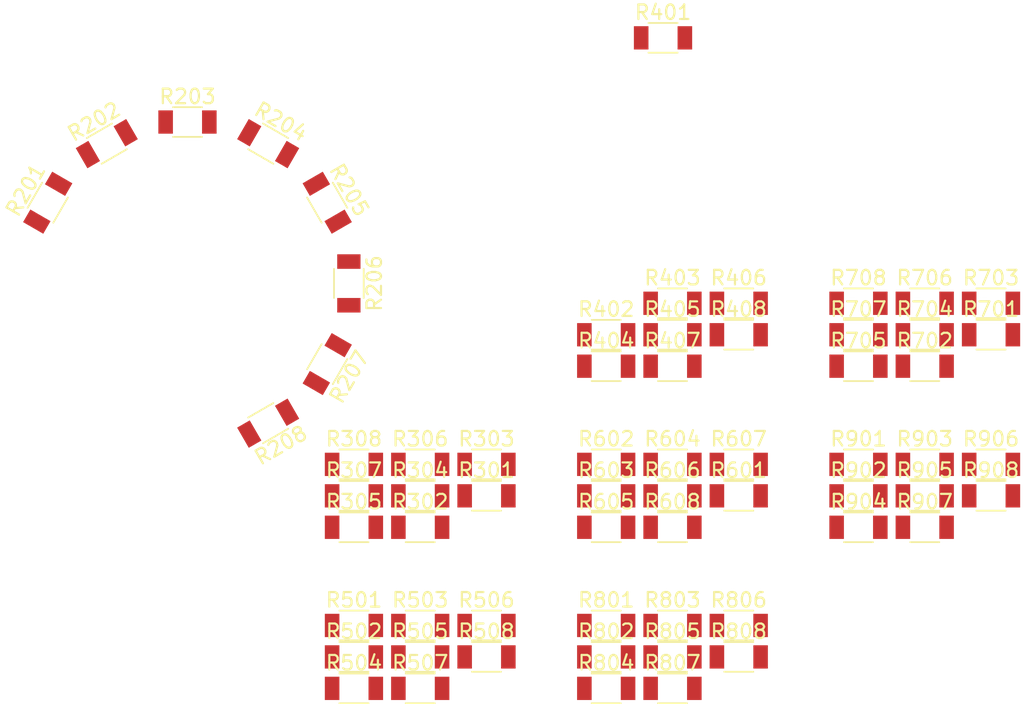
<source format=kicad_pcb>
(kicad_pcb (version 20171130) (host pcbnew "(5.1.0-rc2-4-g73f0b3087)")

  (general
    (thickness 1.6)
    (drawings 0)
    (tracks 0)
    (zones 0)
    (modules 64)
    (nets 129)
  )

  (page A4)
  (layers
    (0 F.Cu signal)
    (31 B.Cu signal)
    (32 B.Adhes user)
    (33 F.Adhes user)
    (34 B.Paste user)
    (35 F.Paste user)
    (36 B.SilkS user)
    (37 F.SilkS user)
    (38 B.Mask user)
    (39 F.Mask user)
    (40 Dwgs.User user)
    (41 Cmts.User user)
    (42 Eco1.User user)
    (43 Eco2.User user)
    (44 Edge.Cuts user)
    (45 Margin user)
    (46 B.CrtYd user)
    (47 F.CrtYd user)
    (48 B.Fab user hide)
    (49 F.Fab user hide)
  )

  (setup
    (last_trace_width 0.25)
    (trace_clearance 0.2)
    (zone_clearance 0.508)
    (zone_45_only no)
    (trace_min 0.2)
    (via_size 0.8)
    (via_drill 0.4)
    (via_min_size 0.4)
    (via_min_drill 0.3)
    (uvia_size 0.3)
    (uvia_drill 0.1)
    (uvias_allowed no)
    (uvia_min_size 0.2)
    (uvia_min_drill 0.1)
    (edge_width 0.15)
    (segment_width 0.2)
    (pcb_text_width 0.3)
    (pcb_text_size 1.5 1.5)
    (mod_edge_width 0.15)
    (mod_text_size 1 1)
    (mod_text_width 0.15)
    (pad_size 1.524 1.524)
    (pad_drill 0.762)
    (pad_to_mask_clearance 0.051)
    (solder_mask_min_width 0.25)
    (aux_axis_origin 0 0)
    (visible_elements 7FFFFF7F)
    (pcbplotparams
      (layerselection 0x010fc_ffffffff)
      (usegerberextensions false)
      (usegerberattributes false)
      (usegerberadvancedattributes false)
      (creategerberjobfile false)
      (excludeedgelayer true)
      (linewidth 0.100000)
      (plotframeref false)
      (viasonmask false)
      (mode 1)
      (useauxorigin false)
      (hpglpennumber 1)
      (hpglpenspeed 20)
      (hpglpendiameter 15.000000)
      (psnegative false)
      (psa4output false)
      (plotreference true)
      (plotvalue true)
      (plotinvisibletext false)
      (padsonsilk false)
      (subtractmaskfromsilk false)
      (outputformat 1)
      (mirror false)
      (drillshape 1)
      (scaleselection 1)
      (outputdirectory ""))
  )

  (net 0 "")
  (net 1 "Net-(R801-Pad1)")
  (net 2 "Net-(R801-Pad2)")
  (net 3 "Net-(R602-Pad2)")
  (net 4 "Net-(R602-Pad1)")
  (net 5 "Net-(R603-Pad1)")
  (net 6 "Net-(R603-Pad2)")
  (net 7 "Net-(R604-Pad2)")
  (net 8 "Net-(R604-Pad1)")
  (net 9 "Net-(R605-Pad1)")
  (net 10 "Net-(R605-Pad2)")
  (net 11 "Net-(R606-Pad2)")
  (net 12 "Net-(R606-Pad1)")
  (net 13 "Net-(R607-Pad1)")
  (net 14 "Net-(R607-Pad2)")
  (net 15 "Net-(R608-Pad2)")
  (net 16 "Net-(R608-Pad1)")
  (net 17 "Net-(R701-Pad1)")
  (net 18 "Net-(R701-Pad2)")
  (net 19 "Net-(R702-Pad2)")
  (net 20 "Net-(R702-Pad1)")
  (net 21 "Net-(R703-Pad1)")
  (net 22 "Net-(R703-Pad2)")
  (net 23 "Net-(R704-Pad2)")
  (net 24 "Net-(R704-Pad1)")
  (net 25 "Net-(R705-Pad1)")
  (net 26 "Net-(R705-Pad2)")
  (net 27 "Net-(R706-Pad2)")
  (net 28 "Net-(R706-Pad1)")
  (net 29 "Net-(R707-Pad1)")
  (net 30 "Net-(R707-Pad2)")
  (net 31 "Net-(R708-Pad2)")
  (net 32 "Net-(R708-Pad1)")
  (net 33 "Net-(R601-Pad1)")
  (net 34 "Net-(R601-Pad2)")
  (net 35 "Net-(R802-Pad2)")
  (net 36 "Net-(R802-Pad1)")
  (net 37 "Net-(R803-Pad1)")
  (net 38 "Net-(R803-Pad2)")
  (net 39 "Net-(R804-Pad2)")
  (net 40 "Net-(R804-Pad1)")
  (net 41 "Net-(R805-Pad1)")
  (net 42 "Net-(R805-Pad2)")
  (net 43 "Net-(R806-Pad2)")
  (net 44 "Net-(R806-Pad1)")
  (net 45 "Net-(R807-Pad1)")
  (net 46 "Net-(R807-Pad2)")
  (net 47 "Net-(R808-Pad2)")
  (net 48 "Net-(R808-Pad1)")
  (net 49 "Net-(R901-Pad1)")
  (net 50 "Net-(R901-Pad2)")
  (net 51 "Net-(R902-Pad2)")
  (net 52 "Net-(R902-Pad1)")
  (net 53 "Net-(R903-Pad1)")
  (net 54 "Net-(R903-Pad2)")
  (net 55 "Net-(R904-Pad2)")
  (net 56 "Net-(R904-Pad1)")
  (net 57 "Net-(R905-Pad1)")
  (net 58 "Net-(R905-Pad2)")
  (net 59 "Net-(R906-Pad2)")
  (net 60 "Net-(R906-Pad1)")
  (net 61 "Net-(R907-Pad1)")
  (net 62 "Net-(R907-Pad2)")
  (net 63 "Net-(R908-Pad2)")
  (net 64 "Net-(R908-Pad1)")
  (net 65 "Net-(R401-Pad1)")
  (net 66 "Net-(R401-Pad2)")
  (net 67 "Net-(R202-Pad2)")
  (net 68 "Net-(R202-Pad1)")
  (net 69 "Net-(R203-Pad1)")
  (net 70 "Net-(R203-Pad2)")
  (net 71 "Net-(R204-Pad2)")
  (net 72 "Net-(R204-Pad1)")
  (net 73 "Net-(R205-Pad1)")
  (net 74 "Net-(R205-Pad2)")
  (net 75 "Net-(R206-Pad2)")
  (net 76 "Net-(R206-Pad1)")
  (net 77 "Net-(R207-Pad1)")
  (net 78 "Net-(R207-Pad2)")
  (net 79 "Net-(R208-Pad2)")
  (net 80 "Net-(R208-Pad1)")
  (net 81 "Net-(R301-Pad1)")
  (net 82 "Net-(R301-Pad2)")
  (net 83 "Net-(R302-Pad2)")
  (net 84 "Net-(R302-Pad1)")
  (net 85 "Net-(R303-Pad1)")
  (net 86 "Net-(R303-Pad2)")
  (net 87 "Net-(R304-Pad2)")
  (net 88 "Net-(R304-Pad1)")
  (net 89 "Net-(R305-Pad1)")
  (net 90 "Net-(R305-Pad2)")
  (net 91 "Net-(R306-Pad2)")
  (net 92 "Net-(R306-Pad1)")
  (net 93 "Net-(R307-Pad1)")
  (net 94 "Net-(R307-Pad2)")
  (net 95 "Net-(R308-Pad2)")
  (net 96 "Net-(R308-Pad1)")
  (net 97 "Net-(R201-Pad1)")
  (net 98 "Net-(R201-Pad2)")
  (net 99 "Net-(R402-Pad2)")
  (net 100 "Net-(R402-Pad1)")
  (net 101 "Net-(R403-Pad1)")
  (net 102 "Net-(R403-Pad2)")
  (net 103 "Net-(R404-Pad2)")
  (net 104 "Net-(R404-Pad1)")
  (net 105 "Net-(R405-Pad1)")
  (net 106 "Net-(R405-Pad2)")
  (net 107 "Net-(R406-Pad2)")
  (net 108 "Net-(R406-Pad1)")
  (net 109 "Net-(R407-Pad1)")
  (net 110 "Net-(R407-Pad2)")
  (net 111 "Net-(R408-Pad2)")
  (net 112 "Net-(R408-Pad1)")
  (net 113 "Net-(R501-Pad1)")
  (net 114 "Net-(R501-Pad2)")
  (net 115 "Net-(R502-Pad2)")
  (net 116 "Net-(R502-Pad1)")
  (net 117 "Net-(R503-Pad1)")
  (net 118 "Net-(R503-Pad2)")
  (net 119 "Net-(R504-Pad2)")
  (net 120 "Net-(R504-Pad1)")
  (net 121 "Net-(R505-Pad1)")
  (net 122 "Net-(R505-Pad2)")
  (net 123 "Net-(R506-Pad2)")
  (net 124 "Net-(R506-Pad1)")
  (net 125 "Net-(R507-Pad1)")
  (net 126 "Net-(R507-Pad2)")
  (net 127 "Net-(R508-Pad2)")
  (net 128 "Net-(R508-Pad1)")

  (net_class Default "This is the default net class."
    (clearance 0.2)
    (trace_width 0.25)
    (via_dia 0.8)
    (via_drill 0.4)
    (uvia_dia 0.3)
    (uvia_drill 0.1)
    (add_net "Net-(R201-Pad1)")
    (add_net "Net-(R201-Pad2)")
    (add_net "Net-(R202-Pad1)")
    (add_net "Net-(R202-Pad2)")
    (add_net "Net-(R203-Pad1)")
    (add_net "Net-(R203-Pad2)")
    (add_net "Net-(R204-Pad1)")
    (add_net "Net-(R204-Pad2)")
    (add_net "Net-(R205-Pad1)")
    (add_net "Net-(R205-Pad2)")
    (add_net "Net-(R206-Pad1)")
    (add_net "Net-(R206-Pad2)")
    (add_net "Net-(R207-Pad1)")
    (add_net "Net-(R207-Pad2)")
    (add_net "Net-(R208-Pad1)")
    (add_net "Net-(R208-Pad2)")
    (add_net "Net-(R301-Pad1)")
    (add_net "Net-(R301-Pad2)")
    (add_net "Net-(R302-Pad1)")
    (add_net "Net-(R302-Pad2)")
    (add_net "Net-(R303-Pad1)")
    (add_net "Net-(R303-Pad2)")
    (add_net "Net-(R304-Pad1)")
    (add_net "Net-(R304-Pad2)")
    (add_net "Net-(R305-Pad1)")
    (add_net "Net-(R305-Pad2)")
    (add_net "Net-(R306-Pad1)")
    (add_net "Net-(R306-Pad2)")
    (add_net "Net-(R307-Pad1)")
    (add_net "Net-(R307-Pad2)")
    (add_net "Net-(R308-Pad1)")
    (add_net "Net-(R308-Pad2)")
    (add_net "Net-(R401-Pad1)")
    (add_net "Net-(R401-Pad2)")
    (add_net "Net-(R402-Pad1)")
    (add_net "Net-(R402-Pad2)")
    (add_net "Net-(R403-Pad1)")
    (add_net "Net-(R403-Pad2)")
    (add_net "Net-(R404-Pad1)")
    (add_net "Net-(R404-Pad2)")
    (add_net "Net-(R405-Pad1)")
    (add_net "Net-(R405-Pad2)")
    (add_net "Net-(R406-Pad1)")
    (add_net "Net-(R406-Pad2)")
    (add_net "Net-(R407-Pad1)")
    (add_net "Net-(R407-Pad2)")
    (add_net "Net-(R408-Pad1)")
    (add_net "Net-(R408-Pad2)")
    (add_net "Net-(R501-Pad1)")
    (add_net "Net-(R501-Pad2)")
    (add_net "Net-(R502-Pad1)")
    (add_net "Net-(R502-Pad2)")
    (add_net "Net-(R503-Pad1)")
    (add_net "Net-(R503-Pad2)")
    (add_net "Net-(R504-Pad1)")
    (add_net "Net-(R504-Pad2)")
    (add_net "Net-(R505-Pad1)")
    (add_net "Net-(R505-Pad2)")
    (add_net "Net-(R506-Pad1)")
    (add_net "Net-(R506-Pad2)")
    (add_net "Net-(R507-Pad1)")
    (add_net "Net-(R507-Pad2)")
    (add_net "Net-(R508-Pad1)")
    (add_net "Net-(R508-Pad2)")
    (add_net "Net-(R601-Pad1)")
    (add_net "Net-(R601-Pad2)")
    (add_net "Net-(R602-Pad1)")
    (add_net "Net-(R602-Pad2)")
    (add_net "Net-(R603-Pad1)")
    (add_net "Net-(R603-Pad2)")
    (add_net "Net-(R604-Pad1)")
    (add_net "Net-(R604-Pad2)")
    (add_net "Net-(R605-Pad1)")
    (add_net "Net-(R605-Pad2)")
    (add_net "Net-(R606-Pad1)")
    (add_net "Net-(R606-Pad2)")
    (add_net "Net-(R607-Pad1)")
    (add_net "Net-(R607-Pad2)")
    (add_net "Net-(R608-Pad1)")
    (add_net "Net-(R608-Pad2)")
    (add_net "Net-(R701-Pad1)")
    (add_net "Net-(R701-Pad2)")
    (add_net "Net-(R702-Pad1)")
    (add_net "Net-(R702-Pad2)")
    (add_net "Net-(R703-Pad1)")
    (add_net "Net-(R703-Pad2)")
    (add_net "Net-(R704-Pad1)")
    (add_net "Net-(R704-Pad2)")
    (add_net "Net-(R705-Pad1)")
    (add_net "Net-(R705-Pad2)")
    (add_net "Net-(R706-Pad1)")
    (add_net "Net-(R706-Pad2)")
    (add_net "Net-(R707-Pad1)")
    (add_net "Net-(R707-Pad2)")
    (add_net "Net-(R708-Pad1)")
    (add_net "Net-(R708-Pad2)")
    (add_net "Net-(R801-Pad1)")
    (add_net "Net-(R801-Pad2)")
    (add_net "Net-(R802-Pad1)")
    (add_net "Net-(R802-Pad2)")
    (add_net "Net-(R803-Pad1)")
    (add_net "Net-(R803-Pad2)")
    (add_net "Net-(R804-Pad1)")
    (add_net "Net-(R804-Pad2)")
    (add_net "Net-(R805-Pad1)")
    (add_net "Net-(R805-Pad2)")
    (add_net "Net-(R806-Pad1)")
    (add_net "Net-(R806-Pad2)")
    (add_net "Net-(R807-Pad1)")
    (add_net "Net-(R807-Pad2)")
    (add_net "Net-(R808-Pad1)")
    (add_net "Net-(R808-Pad2)")
    (add_net "Net-(R901-Pad1)")
    (add_net "Net-(R901-Pad2)")
    (add_net "Net-(R902-Pad1)")
    (add_net "Net-(R902-Pad2)")
    (add_net "Net-(R903-Pad1)")
    (add_net "Net-(R903-Pad2)")
    (add_net "Net-(R904-Pad1)")
    (add_net "Net-(R904-Pad2)")
    (add_net "Net-(R905-Pad1)")
    (add_net "Net-(R905-Pad2)")
    (add_net "Net-(R906-Pad1)")
    (add_net "Net-(R906-Pad2)")
    (add_net "Net-(R907-Pad1)")
    (add_net "Net-(R907-Pad2)")
    (add_net "Net-(R908-Pad1)")
    (add_net "Net-(R908-Pad2)")
  )

  (module Passives:R1206M (layer F.Cu) (tedit 5A956603) (tstamp 5C6977F7)
    (at 69.160001 72.350001)
    (descr "Capacitor SMD 1206, reflow soldering, AVX (see smccp.pdf)")
    (tags "capacitor 1206")
    (path /5C66F732/5C66F921)
    (attr smd)
    (fp_text reference R508 (at 0 -1.75) (layer F.SilkS)
      (effects (font (size 1 1) (thickness 0.15)))
    )
    (fp_text value 1k (at 0 2) (layer F.Fab) hide
      (effects (font (size 1 1) (thickness 0.15)))
    )
    (fp_line (start 2.25 1.05) (end -2.25 1.05) (layer F.CrtYd) (width 0.05))
    (fp_line (start 2.25 1.05) (end 2.25 -1.05) (layer F.CrtYd) (width 0.05))
    (fp_line (start -2.25 -1.05) (end -2.25 1.05) (layer F.CrtYd) (width 0.05))
    (fp_line (start -2.25 -1.05) (end 2.25 -1.05) (layer F.CrtYd) (width 0.05))
    (fp_line (start -1 1.02) (end 1 1.02) (layer F.SilkS) (width 0.12))
    (fp_line (start 1 -1.02) (end -1 -1.02) (layer F.SilkS) (width 0.12))
    (fp_line (start -1.6 -0.8) (end 1.6 -0.8) (layer F.Fab) (width 0.1))
    (fp_line (start 1.6 -0.8) (end 1.6 0.8) (layer F.Fab) (width 0.1))
    (fp_line (start 1.6 0.8) (end -1.6 0.8) (layer F.Fab) (width 0.1))
    (fp_line (start -1.6 0.8) (end -1.6 -0.8) (layer F.Fab) (width 0.1))
    (fp_text user %R (at 0 0) (layer F.Fab)
      (effects (font (size 0.5 0.5) (thickness 0.07)))
    )
    (pad 2 smd rect (at 1.5 0) (size 1 1.6) (layers F.Cu F.Paste F.Mask)
      (net 127 "Net-(R508-Pad2)"))
    (pad 1 smd rect (at -1.5 0) (size 1 1.6) (layers F.Cu F.Paste F.Mask)
      (net 128 "Net-(R508-Pad1)"))
    (model ${KISYS3DMOD}/Resistor_SMD.3dshapes/R_1206_3216Metric.wrl
      (at (xyz 0 0 0))
      (scale (xyz 1 1 1))
      (rotate (xyz 0 0 0))
    )
  )

  (module Passives:R1206M (layer F.Cu) (tedit 5A956603) (tstamp 5C6977E6)
    (at 64.610001 74.510001)
    (descr "Capacitor SMD 1206, reflow soldering, AVX (see smccp.pdf)")
    (tags "capacitor 1206")
    (path /5C66F732/5C66F8FB)
    (attr smd)
    (fp_text reference R507 (at 0 -1.75) (layer F.SilkS)
      (effects (font (size 1 1) (thickness 0.15)))
    )
    (fp_text value 1k (at 0 2) (layer F.Fab) hide
      (effects (font (size 1 1) (thickness 0.15)))
    )
    (fp_text user %R (at 0 0) (layer F.Fab)
      (effects (font (size 0.5 0.5) (thickness 0.07)))
    )
    (fp_line (start -1.6 0.8) (end -1.6 -0.8) (layer F.Fab) (width 0.1))
    (fp_line (start 1.6 0.8) (end -1.6 0.8) (layer F.Fab) (width 0.1))
    (fp_line (start 1.6 -0.8) (end 1.6 0.8) (layer F.Fab) (width 0.1))
    (fp_line (start -1.6 -0.8) (end 1.6 -0.8) (layer F.Fab) (width 0.1))
    (fp_line (start 1 -1.02) (end -1 -1.02) (layer F.SilkS) (width 0.12))
    (fp_line (start -1 1.02) (end 1 1.02) (layer F.SilkS) (width 0.12))
    (fp_line (start -2.25 -1.05) (end 2.25 -1.05) (layer F.CrtYd) (width 0.05))
    (fp_line (start -2.25 -1.05) (end -2.25 1.05) (layer F.CrtYd) (width 0.05))
    (fp_line (start 2.25 1.05) (end 2.25 -1.05) (layer F.CrtYd) (width 0.05))
    (fp_line (start 2.25 1.05) (end -2.25 1.05) (layer F.CrtYd) (width 0.05))
    (pad 1 smd rect (at -1.5 0) (size 1 1.6) (layers F.Cu F.Paste F.Mask)
      (net 125 "Net-(R507-Pad1)"))
    (pad 2 smd rect (at 1.5 0) (size 1 1.6) (layers F.Cu F.Paste F.Mask)
      (net 126 "Net-(R507-Pad2)"))
    (model ${KISYS3DMOD}/Resistor_SMD.3dshapes/R_1206_3216Metric.wrl
      (at (xyz 0 0 0))
      (scale (xyz 1 1 1))
      (rotate (xyz 0 0 0))
    )
  )

  (module Passives:R1206M (layer F.Cu) (tedit 5A956603) (tstamp 5C6977D5)
    (at 69.160001 70.190001)
    (descr "Capacitor SMD 1206, reflow soldering, AVX (see smccp.pdf)")
    (tags "capacitor 1206")
    (path /5C66F732/5C66F8D7)
    (attr smd)
    (fp_text reference R506 (at 0 -1.75) (layer F.SilkS)
      (effects (font (size 1 1) (thickness 0.15)))
    )
    (fp_text value 1k (at 0 2) (layer F.Fab) hide
      (effects (font (size 1 1) (thickness 0.15)))
    )
    (fp_line (start 2.25 1.05) (end -2.25 1.05) (layer F.CrtYd) (width 0.05))
    (fp_line (start 2.25 1.05) (end 2.25 -1.05) (layer F.CrtYd) (width 0.05))
    (fp_line (start -2.25 -1.05) (end -2.25 1.05) (layer F.CrtYd) (width 0.05))
    (fp_line (start -2.25 -1.05) (end 2.25 -1.05) (layer F.CrtYd) (width 0.05))
    (fp_line (start -1 1.02) (end 1 1.02) (layer F.SilkS) (width 0.12))
    (fp_line (start 1 -1.02) (end -1 -1.02) (layer F.SilkS) (width 0.12))
    (fp_line (start -1.6 -0.8) (end 1.6 -0.8) (layer F.Fab) (width 0.1))
    (fp_line (start 1.6 -0.8) (end 1.6 0.8) (layer F.Fab) (width 0.1))
    (fp_line (start 1.6 0.8) (end -1.6 0.8) (layer F.Fab) (width 0.1))
    (fp_line (start -1.6 0.8) (end -1.6 -0.8) (layer F.Fab) (width 0.1))
    (fp_text user %R (at 0 0) (layer F.Fab)
      (effects (font (size 0.5 0.5) (thickness 0.07)))
    )
    (pad 2 smd rect (at 1.5 0) (size 1 1.6) (layers F.Cu F.Paste F.Mask)
      (net 123 "Net-(R506-Pad2)"))
    (pad 1 smd rect (at -1.5 0) (size 1 1.6) (layers F.Cu F.Paste F.Mask)
      (net 124 "Net-(R506-Pad1)"))
    (model ${KISYS3DMOD}/Resistor_SMD.3dshapes/R_1206_3216Metric.wrl
      (at (xyz 0 0 0))
      (scale (xyz 1 1 1))
      (rotate (xyz 0 0 0))
    )
  )

  (module Passives:R1206M (layer F.Cu) (tedit 5A956603) (tstamp 5C6977C4)
    (at 64.610001 72.350001)
    (descr "Capacitor SMD 1206, reflow soldering, AVX (see smccp.pdf)")
    (tags "capacitor 1206")
    (path /5C66F732/5C66F897)
    (attr smd)
    (fp_text reference R505 (at 0 -1.75) (layer F.SilkS)
      (effects (font (size 1 1) (thickness 0.15)))
    )
    (fp_text value 1k (at 0 2) (layer F.Fab) hide
      (effects (font (size 1 1) (thickness 0.15)))
    )
    (fp_text user %R (at 0 0) (layer F.Fab)
      (effects (font (size 0.5 0.5) (thickness 0.07)))
    )
    (fp_line (start -1.6 0.8) (end -1.6 -0.8) (layer F.Fab) (width 0.1))
    (fp_line (start 1.6 0.8) (end -1.6 0.8) (layer F.Fab) (width 0.1))
    (fp_line (start 1.6 -0.8) (end 1.6 0.8) (layer F.Fab) (width 0.1))
    (fp_line (start -1.6 -0.8) (end 1.6 -0.8) (layer F.Fab) (width 0.1))
    (fp_line (start 1 -1.02) (end -1 -1.02) (layer F.SilkS) (width 0.12))
    (fp_line (start -1 1.02) (end 1 1.02) (layer F.SilkS) (width 0.12))
    (fp_line (start -2.25 -1.05) (end 2.25 -1.05) (layer F.CrtYd) (width 0.05))
    (fp_line (start -2.25 -1.05) (end -2.25 1.05) (layer F.CrtYd) (width 0.05))
    (fp_line (start 2.25 1.05) (end 2.25 -1.05) (layer F.CrtYd) (width 0.05))
    (fp_line (start 2.25 1.05) (end -2.25 1.05) (layer F.CrtYd) (width 0.05))
    (pad 1 smd rect (at -1.5 0) (size 1 1.6) (layers F.Cu F.Paste F.Mask)
      (net 121 "Net-(R505-Pad1)"))
    (pad 2 smd rect (at 1.5 0) (size 1 1.6) (layers F.Cu F.Paste F.Mask)
      (net 122 "Net-(R505-Pad2)"))
    (model ${KISYS3DMOD}/Resistor_SMD.3dshapes/R_1206_3216Metric.wrl
      (at (xyz 0 0 0))
      (scale (xyz 1 1 1))
      (rotate (xyz 0 0 0))
    )
  )

  (module Passives:R1206M (layer F.Cu) (tedit 5A956603) (tstamp 5C6977B3)
    (at 60.060001 74.510001)
    (descr "Capacitor SMD 1206, reflow soldering, AVX (see smccp.pdf)")
    (tags "capacitor 1206")
    (path /5C66F732/5C66F87B)
    (attr smd)
    (fp_text reference R504 (at 0 -1.75) (layer F.SilkS)
      (effects (font (size 1 1) (thickness 0.15)))
    )
    (fp_text value 1k (at 0 2) (layer F.Fab) hide
      (effects (font (size 1 1) (thickness 0.15)))
    )
    (fp_line (start 2.25 1.05) (end -2.25 1.05) (layer F.CrtYd) (width 0.05))
    (fp_line (start 2.25 1.05) (end 2.25 -1.05) (layer F.CrtYd) (width 0.05))
    (fp_line (start -2.25 -1.05) (end -2.25 1.05) (layer F.CrtYd) (width 0.05))
    (fp_line (start -2.25 -1.05) (end 2.25 -1.05) (layer F.CrtYd) (width 0.05))
    (fp_line (start -1 1.02) (end 1 1.02) (layer F.SilkS) (width 0.12))
    (fp_line (start 1 -1.02) (end -1 -1.02) (layer F.SilkS) (width 0.12))
    (fp_line (start -1.6 -0.8) (end 1.6 -0.8) (layer F.Fab) (width 0.1))
    (fp_line (start 1.6 -0.8) (end 1.6 0.8) (layer F.Fab) (width 0.1))
    (fp_line (start 1.6 0.8) (end -1.6 0.8) (layer F.Fab) (width 0.1))
    (fp_line (start -1.6 0.8) (end -1.6 -0.8) (layer F.Fab) (width 0.1))
    (fp_text user %R (at 0 0) (layer F.Fab)
      (effects (font (size 0.5 0.5) (thickness 0.07)))
    )
    (pad 2 smd rect (at 1.5 0) (size 1 1.6) (layers F.Cu F.Paste F.Mask)
      (net 119 "Net-(R504-Pad2)"))
    (pad 1 smd rect (at -1.5 0) (size 1 1.6) (layers F.Cu F.Paste F.Mask)
      (net 120 "Net-(R504-Pad1)"))
    (model ${KISYS3DMOD}/Resistor_SMD.3dshapes/R_1206_3216Metric.wrl
      (at (xyz 0 0 0))
      (scale (xyz 1 1 1))
      (rotate (xyz 0 0 0))
    )
  )

  (module Passives:R1206M (layer F.Cu) (tedit 5A956603) (tstamp 5C6977A2)
    (at 64.610001 70.190001)
    (descr "Capacitor SMD 1206, reflow soldering, AVX (see smccp.pdf)")
    (tags "capacitor 1206")
    (path /5C66F732/5C66F85D)
    (attr smd)
    (fp_text reference R503 (at 0 -1.75) (layer F.SilkS)
      (effects (font (size 1 1) (thickness 0.15)))
    )
    (fp_text value 1k (at 0 2) (layer F.Fab) hide
      (effects (font (size 1 1) (thickness 0.15)))
    )
    (fp_text user %R (at 0 0) (layer F.Fab)
      (effects (font (size 0.5 0.5) (thickness 0.07)))
    )
    (fp_line (start -1.6 0.8) (end -1.6 -0.8) (layer F.Fab) (width 0.1))
    (fp_line (start 1.6 0.8) (end -1.6 0.8) (layer F.Fab) (width 0.1))
    (fp_line (start 1.6 -0.8) (end 1.6 0.8) (layer F.Fab) (width 0.1))
    (fp_line (start -1.6 -0.8) (end 1.6 -0.8) (layer F.Fab) (width 0.1))
    (fp_line (start 1 -1.02) (end -1 -1.02) (layer F.SilkS) (width 0.12))
    (fp_line (start -1 1.02) (end 1 1.02) (layer F.SilkS) (width 0.12))
    (fp_line (start -2.25 -1.05) (end 2.25 -1.05) (layer F.CrtYd) (width 0.05))
    (fp_line (start -2.25 -1.05) (end -2.25 1.05) (layer F.CrtYd) (width 0.05))
    (fp_line (start 2.25 1.05) (end 2.25 -1.05) (layer F.CrtYd) (width 0.05))
    (fp_line (start 2.25 1.05) (end -2.25 1.05) (layer F.CrtYd) (width 0.05))
    (pad 1 smd rect (at -1.5 0) (size 1 1.6) (layers F.Cu F.Paste F.Mask)
      (net 117 "Net-(R503-Pad1)"))
    (pad 2 smd rect (at 1.5 0) (size 1 1.6) (layers F.Cu F.Paste F.Mask)
      (net 118 "Net-(R503-Pad2)"))
    (model ${KISYS3DMOD}/Resistor_SMD.3dshapes/R_1206_3216Metric.wrl
      (at (xyz 0 0 0))
      (scale (xyz 1 1 1))
      (rotate (xyz 0 0 0))
    )
  )

  (module Passives:R1206M (layer F.Cu) (tedit 5A956603) (tstamp 5C697791)
    (at 60.060001 72.350001)
    (descr "Capacitor SMD 1206, reflow soldering, AVX (see smccp.pdf)")
    (tags "capacitor 1206")
    (path /5C66F732/5C66F845)
    (attr smd)
    (fp_text reference R502 (at 0 -1.75) (layer F.SilkS)
      (effects (font (size 1 1) (thickness 0.15)))
    )
    (fp_text value 1k (at 0 2) (layer F.Fab) hide
      (effects (font (size 1 1) (thickness 0.15)))
    )
    (fp_line (start 2.25 1.05) (end -2.25 1.05) (layer F.CrtYd) (width 0.05))
    (fp_line (start 2.25 1.05) (end 2.25 -1.05) (layer F.CrtYd) (width 0.05))
    (fp_line (start -2.25 -1.05) (end -2.25 1.05) (layer F.CrtYd) (width 0.05))
    (fp_line (start -2.25 -1.05) (end 2.25 -1.05) (layer F.CrtYd) (width 0.05))
    (fp_line (start -1 1.02) (end 1 1.02) (layer F.SilkS) (width 0.12))
    (fp_line (start 1 -1.02) (end -1 -1.02) (layer F.SilkS) (width 0.12))
    (fp_line (start -1.6 -0.8) (end 1.6 -0.8) (layer F.Fab) (width 0.1))
    (fp_line (start 1.6 -0.8) (end 1.6 0.8) (layer F.Fab) (width 0.1))
    (fp_line (start 1.6 0.8) (end -1.6 0.8) (layer F.Fab) (width 0.1))
    (fp_line (start -1.6 0.8) (end -1.6 -0.8) (layer F.Fab) (width 0.1))
    (fp_text user %R (at 0 0) (layer F.Fab)
      (effects (font (size 0.5 0.5) (thickness 0.07)))
    )
    (pad 2 smd rect (at 1.5 0) (size 1 1.6) (layers F.Cu F.Paste F.Mask)
      (net 115 "Net-(R502-Pad2)"))
    (pad 1 smd rect (at -1.5 0) (size 1 1.6) (layers F.Cu F.Paste F.Mask)
      (net 116 "Net-(R502-Pad1)"))
    (model ${KISYS3DMOD}/Resistor_SMD.3dshapes/R_1206_3216Metric.wrl
      (at (xyz 0 0 0))
      (scale (xyz 1 1 1))
      (rotate (xyz 0 0 0))
    )
  )

  (module Passives:R1206M (layer F.Cu) (tedit 5A956603) (tstamp 5C697780)
    (at 60.060001 70.190001)
    (descr "Capacitor SMD 1206, reflow soldering, AVX (see smccp.pdf)")
    (tags "capacitor 1206")
    (path /5C66F732/5C66F7B3)
    (attr smd)
    (fp_text reference R501 (at 0 -1.75) (layer F.SilkS)
      (effects (font (size 1 1) (thickness 0.15)))
    )
    (fp_text value 1k (at 0 2) (layer F.Fab) hide
      (effects (font (size 1 1) (thickness 0.15)))
    )
    (fp_text user %R (at 0 0) (layer F.Fab)
      (effects (font (size 0.5 0.5) (thickness 0.07)))
    )
    (fp_line (start -1.6 0.8) (end -1.6 -0.8) (layer F.Fab) (width 0.1))
    (fp_line (start 1.6 0.8) (end -1.6 0.8) (layer F.Fab) (width 0.1))
    (fp_line (start 1.6 -0.8) (end 1.6 0.8) (layer F.Fab) (width 0.1))
    (fp_line (start -1.6 -0.8) (end 1.6 -0.8) (layer F.Fab) (width 0.1))
    (fp_line (start 1 -1.02) (end -1 -1.02) (layer F.SilkS) (width 0.12))
    (fp_line (start -1 1.02) (end 1 1.02) (layer F.SilkS) (width 0.12))
    (fp_line (start -2.25 -1.05) (end 2.25 -1.05) (layer F.CrtYd) (width 0.05))
    (fp_line (start -2.25 -1.05) (end -2.25 1.05) (layer F.CrtYd) (width 0.05))
    (fp_line (start 2.25 1.05) (end 2.25 -1.05) (layer F.CrtYd) (width 0.05))
    (fp_line (start 2.25 1.05) (end -2.25 1.05) (layer F.CrtYd) (width 0.05))
    (pad 1 smd rect (at -1.5 0) (size 1 1.6) (layers F.Cu F.Paste F.Mask)
      (net 113 "Net-(R501-Pad1)"))
    (pad 2 smd rect (at 1.5 0) (size 1 1.6) (layers F.Cu F.Paste F.Mask)
      (net 114 "Net-(R501-Pad2)"))
    (model ${KISYS3DMOD}/Resistor_SMD.3dshapes/R_1206_3216Metric.wrl
      (at (xyz 0 0 0))
      (scale (xyz 1 1 1))
      (rotate (xyz 0 0 0))
    )
  )

  (module Passives:R1206M (layer F.Cu) (tedit 5A956603) (tstamp 5C69776F)
    (at 86.480001 50.230001)
    (descr "Capacitor SMD 1206, reflow soldering, AVX (see smccp.pdf)")
    (tags "capacitor 1206")
    (path /5C66F730/5C66F921)
    (attr smd)
    (fp_text reference R408 (at 0 -1.75) (layer F.SilkS)
      (effects (font (size 1 1) (thickness 0.15)))
    )
    (fp_text value 1k (at 0 2) (layer F.Fab) hide
      (effects (font (size 1 1) (thickness 0.15)))
    )
    (fp_line (start 2.25 1.05) (end -2.25 1.05) (layer F.CrtYd) (width 0.05))
    (fp_line (start 2.25 1.05) (end 2.25 -1.05) (layer F.CrtYd) (width 0.05))
    (fp_line (start -2.25 -1.05) (end -2.25 1.05) (layer F.CrtYd) (width 0.05))
    (fp_line (start -2.25 -1.05) (end 2.25 -1.05) (layer F.CrtYd) (width 0.05))
    (fp_line (start -1 1.02) (end 1 1.02) (layer F.SilkS) (width 0.12))
    (fp_line (start 1 -1.02) (end -1 -1.02) (layer F.SilkS) (width 0.12))
    (fp_line (start -1.6 -0.8) (end 1.6 -0.8) (layer F.Fab) (width 0.1))
    (fp_line (start 1.6 -0.8) (end 1.6 0.8) (layer F.Fab) (width 0.1))
    (fp_line (start 1.6 0.8) (end -1.6 0.8) (layer F.Fab) (width 0.1))
    (fp_line (start -1.6 0.8) (end -1.6 -0.8) (layer F.Fab) (width 0.1))
    (fp_text user %R (at 0 0) (layer F.Fab)
      (effects (font (size 0.5 0.5) (thickness 0.07)))
    )
    (pad 2 smd rect (at 1.5 0) (size 1 1.6) (layers F.Cu F.Paste F.Mask)
      (net 111 "Net-(R408-Pad2)"))
    (pad 1 smd rect (at -1.5 0) (size 1 1.6) (layers F.Cu F.Paste F.Mask)
      (net 112 "Net-(R408-Pad1)"))
    (model ${KISYS3DMOD}/Resistor_SMD.3dshapes/R_1206_3216Metric.wrl
      (at (xyz 0 0 0))
      (scale (xyz 1 1 1))
      (rotate (xyz 0 0 0))
    )
  )

  (module Passives:R1206M (layer F.Cu) (tedit 5A956603) (tstamp 5C69775E)
    (at 81.930001 52.390001)
    (descr "Capacitor SMD 1206, reflow soldering, AVX (see smccp.pdf)")
    (tags "capacitor 1206")
    (path /5C66F730/5C66F8FB)
    (attr smd)
    (fp_text reference R407 (at 0 -1.75) (layer F.SilkS)
      (effects (font (size 1 1) (thickness 0.15)))
    )
    (fp_text value 1k (at 0 2) (layer F.Fab) hide
      (effects (font (size 1 1) (thickness 0.15)))
    )
    (fp_text user %R (at 0 0) (layer F.Fab)
      (effects (font (size 0.5 0.5) (thickness 0.07)))
    )
    (fp_line (start -1.6 0.8) (end -1.6 -0.8) (layer F.Fab) (width 0.1))
    (fp_line (start 1.6 0.8) (end -1.6 0.8) (layer F.Fab) (width 0.1))
    (fp_line (start 1.6 -0.8) (end 1.6 0.8) (layer F.Fab) (width 0.1))
    (fp_line (start -1.6 -0.8) (end 1.6 -0.8) (layer F.Fab) (width 0.1))
    (fp_line (start 1 -1.02) (end -1 -1.02) (layer F.SilkS) (width 0.12))
    (fp_line (start -1 1.02) (end 1 1.02) (layer F.SilkS) (width 0.12))
    (fp_line (start -2.25 -1.05) (end 2.25 -1.05) (layer F.CrtYd) (width 0.05))
    (fp_line (start -2.25 -1.05) (end -2.25 1.05) (layer F.CrtYd) (width 0.05))
    (fp_line (start 2.25 1.05) (end 2.25 -1.05) (layer F.CrtYd) (width 0.05))
    (fp_line (start 2.25 1.05) (end -2.25 1.05) (layer F.CrtYd) (width 0.05))
    (pad 1 smd rect (at -1.5 0) (size 1 1.6) (layers F.Cu F.Paste F.Mask)
      (net 109 "Net-(R407-Pad1)"))
    (pad 2 smd rect (at 1.5 0) (size 1 1.6) (layers F.Cu F.Paste F.Mask)
      (net 110 "Net-(R407-Pad2)"))
    (model ${KISYS3DMOD}/Resistor_SMD.3dshapes/R_1206_3216Metric.wrl
      (at (xyz 0 0 0))
      (scale (xyz 1 1 1))
      (rotate (xyz 0 0 0))
    )
  )

  (module Passives:R1206M (layer F.Cu) (tedit 5A956603) (tstamp 5C69774D)
    (at 86.480001 48.070001)
    (descr "Capacitor SMD 1206, reflow soldering, AVX (see smccp.pdf)")
    (tags "capacitor 1206")
    (path /5C66F730/5C66F8D7)
    (attr smd)
    (fp_text reference R406 (at 0 -1.75) (layer F.SilkS)
      (effects (font (size 1 1) (thickness 0.15)))
    )
    (fp_text value 1k (at 0 2) (layer F.Fab) hide
      (effects (font (size 1 1) (thickness 0.15)))
    )
    (fp_line (start 2.25 1.05) (end -2.25 1.05) (layer F.CrtYd) (width 0.05))
    (fp_line (start 2.25 1.05) (end 2.25 -1.05) (layer F.CrtYd) (width 0.05))
    (fp_line (start -2.25 -1.05) (end -2.25 1.05) (layer F.CrtYd) (width 0.05))
    (fp_line (start -2.25 -1.05) (end 2.25 -1.05) (layer F.CrtYd) (width 0.05))
    (fp_line (start -1 1.02) (end 1 1.02) (layer F.SilkS) (width 0.12))
    (fp_line (start 1 -1.02) (end -1 -1.02) (layer F.SilkS) (width 0.12))
    (fp_line (start -1.6 -0.8) (end 1.6 -0.8) (layer F.Fab) (width 0.1))
    (fp_line (start 1.6 -0.8) (end 1.6 0.8) (layer F.Fab) (width 0.1))
    (fp_line (start 1.6 0.8) (end -1.6 0.8) (layer F.Fab) (width 0.1))
    (fp_line (start -1.6 0.8) (end -1.6 -0.8) (layer F.Fab) (width 0.1))
    (fp_text user %R (at 0 0) (layer F.Fab)
      (effects (font (size 0.5 0.5) (thickness 0.07)))
    )
    (pad 2 smd rect (at 1.5 0) (size 1 1.6) (layers F.Cu F.Paste F.Mask)
      (net 107 "Net-(R406-Pad2)"))
    (pad 1 smd rect (at -1.5 0) (size 1 1.6) (layers F.Cu F.Paste F.Mask)
      (net 108 "Net-(R406-Pad1)"))
    (model ${KISYS3DMOD}/Resistor_SMD.3dshapes/R_1206_3216Metric.wrl
      (at (xyz 0 0 0))
      (scale (xyz 1 1 1))
      (rotate (xyz 0 0 0))
    )
  )

  (module Passives:R1206M (layer F.Cu) (tedit 5A956603) (tstamp 5C69773C)
    (at 81.930001 50.230001)
    (descr "Capacitor SMD 1206, reflow soldering, AVX (see smccp.pdf)")
    (tags "capacitor 1206")
    (path /5C66F730/5C66F897)
    (attr smd)
    (fp_text reference R405 (at 0 -1.75) (layer F.SilkS)
      (effects (font (size 1 1) (thickness 0.15)))
    )
    (fp_text value 1k (at 0 2) (layer F.Fab) hide
      (effects (font (size 1 1) (thickness 0.15)))
    )
    (fp_text user %R (at 0 0) (layer F.Fab)
      (effects (font (size 0.5 0.5) (thickness 0.07)))
    )
    (fp_line (start -1.6 0.8) (end -1.6 -0.8) (layer F.Fab) (width 0.1))
    (fp_line (start 1.6 0.8) (end -1.6 0.8) (layer F.Fab) (width 0.1))
    (fp_line (start 1.6 -0.8) (end 1.6 0.8) (layer F.Fab) (width 0.1))
    (fp_line (start -1.6 -0.8) (end 1.6 -0.8) (layer F.Fab) (width 0.1))
    (fp_line (start 1 -1.02) (end -1 -1.02) (layer F.SilkS) (width 0.12))
    (fp_line (start -1 1.02) (end 1 1.02) (layer F.SilkS) (width 0.12))
    (fp_line (start -2.25 -1.05) (end 2.25 -1.05) (layer F.CrtYd) (width 0.05))
    (fp_line (start -2.25 -1.05) (end -2.25 1.05) (layer F.CrtYd) (width 0.05))
    (fp_line (start 2.25 1.05) (end 2.25 -1.05) (layer F.CrtYd) (width 0.05))
    (fp_line (start 2.25 1.05) (end -2.25 1.05) (layer F.CrtYd) (width 0.05))
    (pad 1 smd rect (at -1.5 0) (size 1 1.6) (layers F.Cu F.Paste F.Mask)
      (net 105 "Net-(R405-Pad1)"))
    (pad 2 smd rect (at 1.5 0) (size 1 1.6) (layers F.Cu F.Paste F.Mask)
      (net 106 "Net-(R405-Pad2)"))
    (model ${KISYS3DMOD}/Resistor_SMD.3dshapes/R_1206_3216Metric.wrl
      (at (xyz 0 0 0))
      (scale (xyz 1 1 1))
      (rotate (xyz 0 0 0))
    )
  )

  (module Passives:R1206M (layer F.Cu) (tedit 5A956603) (tstamp 5C69772B)
    (at 77.380001 52.390001)
    (descr "Capacitor SMD 1206, reflow soldering, AVX (see smccp.pdf)")
    (tags "capacitor 1206")
    (path /5C66F730/5C66F87B)
    (attr smd)
    (fp_text reference R404 (at 0 -1.75) (layer F.SilkS)
      (effects (font (size 1 1) (thickness 0.15)))
    )
    (fp_text value 1k (at 0 2) (layer F.Fab) hide
      (effects (font (size 1 1) (thickness 0.15)))
    )
    (fp_line (start 2.25 1.05) (end -2.25 1.05) (layer F.CrtYd) (width 0.05))
    (fp_line (start 2.25 1.05) (end 2.25 -1.05) (layer F.CrtYd) (width 0.05))
    (fp_line (start -2.25 -1.05) (end -2.25 1.05) (layer F.CrtYd) (width 0.05))
    (fp_line (start -2.25 -1.05) (end 2.25 -1.05) (layer F.CrtYd) (width 0.05))
    (fp_line (start -1 1.02) (end 1 1.02) (layer F.SilkS) (width 0.12))
    (fp_line (start 1 -1.02) (end -1 -1.02) (layer F.SilkS) (width 0.12))
    (fp_line (start -1.6 -0.8) (end 1.6 -0.8) (layer F.Fab) (width 0.1))
    (fp_line (start 1.6 -0.8) (end 1.6 0.8) (layer F.Fab) (width 0.1))
    (fp_line (start 1.6 0.8) (end -1.6 0.8) (layer F.Fab) (width 0.1))
    (fp_line (start -1.6 0.8) (end -1.6 -0.8) (layer F.Fab) (width 0.1))
    (fp_text user %R (at 0 0) (layer F.Fab)
      (effects (font (size 0.5 0.5) (thickness 0.07)))
    )
    (pad 2 smd rect (at 1.5 0) (size 1 1.6) (layers F.Cu F.Paste F.Mask)
      (net 103 "Net-(R404-Pad2)"))
    (pad 1 smd rect (at -1.5 0) (size 1 1.6) (layers F.Cu F.Paste F.Mask)
      (net 104 "Net-(R404-Pad1)"))
    (model ${KISYS3DMOD}/Resistor_SMD.3dshapes/R_1206_3216Metric.wrl
      (at (xyz 0 0 0))
      (scale (xyz 1 1 1))
      (rotate (xyz 0 0 0))
    )
  )

  (module Passives:R1206M (layer F.Cu) (tedit 5A956603) (tstamp 5C69771A)
    (at 81.930001 48.070001)
    (descr "Capacitor SMD 1206, reflow soldering, AVX (see smccp.pdf)")
    (tags "capacitor 1206")
    (path /5C66F730/5C66F85D)
    (attr smd)
    (fp_text reference R403 (at 0 -1.75) (layer F.SilkS)
      (effects (font (size 1 1) (thickness 0.15)))
    )
    (fp_text value 1k (at 0 2) (layer F.Fab) hide
      (effects (font (size 1 1) (thickness 0.15)))
    )
    (fp_text user %R (at 0 0) (layer F.Fab)
      (effects (font (size 0.5 0.5) (thickness 0.07)))
    )
    (fp_line (start -1.6 0.8) (end -1.6 -0.8) (layer F.Fab) (width 0.1))
    (fp_line (start 1.6 0.8) (end -1.6 0.8) (layer F.Fab) (width 0.1))
    (fp_line (start 1.6 -0.8) (end 1.6 0.8) (layer F.Fab) (width 0.1))
    (fp_line (start -1.6 -0.8) (end 1.6 -0.8) (layer F.Fab) (width 0.1))
    (fp_line (start 1 -1.02) (end -1 -1.02) (layer F.SilkS) (width 0.12))
    (fp_line (start -1 1.02) (end 1 1.02) (layer F.SilkS) (width 0.12))
    (fp_line (start -2.25 -1.05) (end 2.25 -1.05) (layer F.CrtYd) (width 0.05))
    (fp_line (start -2.25 -1.05) (end -2.25 1.05) (layer F.CrtYd) (width 0.05))
    (fp_line (start 2.25 1.05) (end 2.25 -1.05) (layer F.CrtYd) (width 0.05))
    (fp_line (start 2.25 1.05) (end -2.25 1.05) (layer F.CrtYd) (width 0.05))
    (pad 1 smd rect (at -1.5 0) (size 1 1.6) (layers F.Cu F.Paste F.Mask)
      (net 101 "Net-(R403-Pad1)"))
    (pad 2 smd rect (at 1.5 0) (size 1 1.6) (layers F.Cu F.Paste F.Mask)
      (net 102 "Net-(R403-Pad2)"))
    (model ${KISYS3DMOD}/Resistor_SMD.3dshapes/R_1206_3216Metric.wrl
      (at (xyz 0 0 0))
      (scale (xyz 1 1 1))
      (rotate (xyz 0 0 0))
    )
  )

  (module Passives:R1206M (layer F.Cu) (tedit 5A956603) (tstamp 5C697709)
    (at 77.380001 50.230001)
    (descr "Capacitor SMD 1206, reflow soldering, AVX (see smccp.pdf)")
    (tags "capacitor 1206")
    (path /5C66F730/5C66F845)
    (attr smd)
    (fp_text reference R402 (at 0 -1.75) (layer F.SilkS)
      (effects (font (size 1 1) (thickness 0.15)))
    )
    (fp_text value 1k (at 0 2) (layer F.Fab) hide
      (effects (font (size 1 1) (thickness 0.15)))
    )
    (fp_line (start 2.25 1.05) (end -2.25 1.05) (layer F.CrtYd) (width 0.05))
    (fp_line (start 2.25 1.05) (end 2.25 -1.05) (layer F.CrtYd) (width 0.05))
    (fp_line (start -2.25 -1.05) (end -2.25 1.05) (layer F.CrtYd) (width 0.05))
    (fp_line (start -2.25 -1.05) (end 2.25 -1.05) (layer F.CrtYd) (width 0.05))
    (fp_line (start -1 1.02) (end 1 1.02) (layer F.SilkS) (width 0.12))
    (fp_line (start 1 -1.02) (end -1 -1.02) (layer F.SilkS) (width 0.12))
    (fp_line (start -1.6 -0.8) (end 1.6 -0.8) (layer F.Fab) (width 0.1))
    (fp_line (start 1.6 -0.8) (end 1.6 0.8) (layer F.Fab) (width 0.1))
    (fp_line (start 1.6 0.8) (end -1.6 0.8) (layer F.Fab) (width 0.1))
    (fp_line (start -1.6 0.8) (end -1.6 -0.8) (layer F.Fab) (width 0.1))
    (fp_text user %R (at 0 0) (layer F.Fab)
      (effects (font (size 0.5 0.5) (thickness 0.07)))
    )
    (pad 2 smd rect (at 1.5 0) (size 1 1.6) (layers F.Cu F.Paste F.Mask)
      (net 99 "Net-(R402-Pad2)"))
    (pad 1 smd rect (at -1.5 0) (size 1 1.6) (layers F.Cu F.Paste F.Mask)
      (net 100 "Net-(R402-Pad1)"))
    (model ${KISYS3DMOD}/Resistor_SMD.3dshapes/R_1206_3216Metric.wrl
      (at (xyz 0 0 0))
      (scale (xyz 1 1 1))
      (rotate (xyz 0 0 0))
    )
  )

  (module Passives:R1206M (layer F.Cu) (tedit 5A956603) (tstamp 5C6976F8)
    (at 39.034438 41.165001 60)
    (descr "Capacitor SMD 1206, reflow soldering, AVX (see smccp.pdf)")
    (tags "capacitor 1206")
    (path /5C66F70D/5C66F7B3)
    (attr smd)
    (fp_text reference R201 (at 0 -1.75 60) (layer F.SilkS)
      (effects (font (size 1 1) (thickness 0.15)))
    )
    (fp_text value 1k (at 0 2 60) (layer F.Fab) hide
      (effects (font (size 1 1) (thickness 0.15)))
    )
    (fp_text user %R (at 0 0 60) (layer F.Fab)
      (effects (font (size 0.5 0.5) (thickness 0.07)))
    )
    (fp_line (start -1.6 0.8) (end -1.6 -0.8) (layer F.Fab) (width 0.1))
    (fp_line (start 1.6 0.8) (end -1.6 0.8) (layer F.Fab) (width 0.1))
    (fp_line (start 1.6 -0.8) (end 1.6 0.8) (layer F.Fab) (width 0.1))
    (fp_line (start -1.6 -0.8) (end 1.6 -0.8) (layer F.Fab) (width 0.1))
    (fp_line (start 1 -1.02) (end -1 -1.02) (layer F.SilkS) (width 0.12))
    (fp_line (start -1 1.02) (end 1 1.02) (layer F.SilkS) (width 0.12))
    (fp_line (start -2.25 -1.05) (end 2.25 -1.05) (layer F.CrtYd) (width 0.05))
    (fp_line (start -2.25 -1.05) (end -2.25 1.05) (layer F.CrtYd) (width 0.05))
    (fp_line (start 2.25 1.05) (end 2.25 -1.05) (layer F.CrtYd) (width 0.05))
    (fp_line (start 2.25 1.05) (end -2.25 1.05) (layer F.CrtYd) (width 0.05))
    (pad 1 smd rect (at -1.5 0 60) (size 1 1.6) (layers F.Cu F.Paste F.Mask)
      (net 97 "Net-(R201-Pad1)"))
    (pad 2 smd rect (at 1.5 0 60) (size 1 1.6) (layers F.Cu F.Paste F.Mask)
      (net 98 "Net-(R201-Pad2)"))
    (model ${KISYS3DMOD}/Resistor_SMD.3dshapes/R_1206_3216Metric.wrl
      (at (xyz 0 0 0))
      (scale (xyz 1 1 1))
      (rotate (xyz 0 0 0))
    )
  )

  (module Passives:R1206M (layer F.Cu) (tedit 5A956603) (tstamp 5C6976E7)
    (at 60.060001 59.130001)
    (descr "Capacitor SMD 1206, reflow soldering, AVX (see smccp.pdf)")
    (tags "capacitor 1206")
    (path /5C66F723/5C66F921)
    (attr smd)
    (fp_text reference R308 (at 0 -1.75) (layer F.SilkS)
      (effects (font (size 1 1) (thickness 0.15)))
    )
    (fp_text value 1k (at 0 2) (layer F.Fab) hide
      (effects (font (size 1 1) (thickness 0.15)))
    )
    (fp_line (start 2.25 1.05) (end -2.25 1.05) (layer F.CrtYd) (width 0.05))
    (fp_line (start 2.25 1.05) (end 2.25 -1.05) (layer F.CrtYd) (width 0.05))
    (fp_line (start -2.25 -1.05) (end -2.25 1.05) (layer F.CrtYd) (width 0.05))
    (fp_line (start -2.25 -1.05) (end 2.25 -1.05) (layer F.CrtYd) (width 0.05))
    (fp_line (start -1 1.02) (end 1 1.02) (layer F.SilkS) (width 0.12))
    (fp_line (start 1 -1.02) (end -1 -1.02) (layer F.SilkS) (width 0.12))
    (fp_line (start -1.6 -0.8) (end 1.6 -0.8) (layer F.Fab) (width 0.1))
    (fp_line (start 1.6 -0.8) (end 1.6 0.8) (layer F.Fab) (width 0.1))
    (fp_line (start 1.6 0.8) (end -1.6 0.8) (layer F.Fab) (width 0.1))
    (fp_line (start -1.6 0.8) (end -1.6 -0.8) (layer F.Fab) (width 0.1))
    (fp_text user %R (at 0 0) (layer F.Fab)
      (effects (font (size 0.5 0.5) (thickness 0.07)))
    )
    (pad 2 smd rect (at 1.5 0) (size 1 1.6) (layers F.Cu F.Paste F.Mask)
      (net 95 "Net-(R308-Pad2)"))
    (pad 1 smd rect (at -1.5 0) (size 1 1.6) (layers F.Cu F.Paste F.Mask)
      (net 96 "Net-(R308-Pad1)"))
    (model ${KISYS3DMOD}/Resistor_SMD.3dshapes/R_1206_3216Metric.wrl
      (at (xyz 0 0 0))
      (scale (xyz 1 1 1))
      (rotate (xyz 0 0 0))
    )
  )

  (module Passives:R1206M (layer F.Cu) (tedit 5A956603) (tstamp 5C6976D6)
    (at 60.060001 61.290001)
    (descr "Capacitor SMD 1206, reflow soldering, AVX (see smccp.pdf)")
    (tags "capacitor 1206")
    (path /5C66F723/5C66F8FB)
    (attr smd)
    (fp_text reference R307 (at 0 -1.75) (layer F.SilkS)
      (effects (font (size 1 1) (thickness 0.15)))
    )
    (fp_text value 1k (at 0 2) (layer F.Fab) hide
      (effects (font (size 1 1) (thickness 0.15)))
    )
    (fp_text user %R (at 0 0) (layer F.Fab)
      (effects (font (size 0.5 0.5) (thickness 0.07)))
    )
    (fp_line (start -1.6 0.8) (end -1.6 -0.8) (layer F.Fab) (width 0.1))
    (fp_line (start 1.6 0.8) (end -1.6 0.8) (layer F.Fab) (width 0.1))
    (fp_line (start 1.6 -0.8) (end 1.6 0.8) (layer F.Fab) (width 0.1))
    (fp_line (start -1.6 -0.8) (end 1.6 -0.8) (layer F.Fab) (width 0.1))
    (fp_line (start 1 -1.02) (end -1 -1.02) (layer F.SilkS) (width 0.12))
    (fp_line (start -1 1.02) (end 1 1.02) (layer F.SilkS) (width 0.12))
    (fp_line (start -2.25 -1.05) (end 2.25 -1.05) (layer F.CrtYd) (width 0.05))
    (fp_line (start -2.25 -1.05) (end -2.25 1.05) (layer F.CrtYd) (width 0.05))
    (fp_line (start 2.25 1.05) (end 2.25 -1.05) (layer F.CrtYd) (width 0.05))
    (fp_line (start 2.25 1.05) (end -2.25 1.05) (layer F.CrtYd) (width 0.05))
    (pad 1 smd rect (at -1.5 0) (size 1 1.6) (layers F.Cu F.Paste F.Mask)
      (net 93 "Net-(R307-Pad1)"))
    (pad 2 smd rect (at 1.5 0) (size 1 1.6) (layers F.Cu F.Paste F.Mask)
      (net 94 "Net-(R307-Pad2)"))
    (model ${KISYS3DMOD}/Resistor_SMD.3dshapes/R_1206_3216Metric.wrl
      (at (xyz 0 0 0))
      (scale (xyz 1 1 1))
      (rotate (xyz 0 0 0))
    )
  )

  (module Passives:R1206M (layer F.Cu) (tedit 5A956603) (tstamp 5C6976C5)
    (at 64.610001 59.130001)
    (descr "Capacitor SMD 1206, reflow soldering, AVX (see smccp.pdf)")
    (tags "capacitor 1206")
    (path /5C66F723/5C66F8D7)
    (attr smd)
    (fp_text reference R306 (at 0 -1.75) (layer F.SilkS)
      (effects (font (size 1 1) (thickness 0.15)))
    )
    (fp_text value 1k (at 0 2) (layer F.Fab) hide
      (effects (font (size 1 1) (thickness 0.15)))
    )
    (fp_line (start 2.25 1.05) (end -2.25 1.05) (layer F.CrtYd) (width 0.05))
    (fp_line (start 2.25 1.05) (end 2.25 -1.05) (layer F.CrtYd) (width 0.05))
    (fp_line (start -2.25 -1.05) (end -2.25 1.05) (layer F.CrtYd) (width 0.05))
    (fp_line (start -2.25 -1.05) (end 2.25 -1.05) (layer F.CrtYd) (width 0.05))
    (fp_line (start -1 1.02) (end 1 1.02) (layer F.SilkS) (width 0.12))
    (fp_line (start 1 -1.02) (end -1 -1.02) (layer F.SilkS) (width 0.12))
    (fp_line (start -1.6 -0.8) (end 1.6 -0.8) (layer F.Fab) (width 0.1))
    (fp_line (start 1.6 -0.8) (end 1.6 0.8) (layer F.Fab) (width 0.1))
    (fp_line (start 1.6 0.8) (end -1.6 0.8) (layer F.Fab) (width 0.1))
    (fp_line (start -1.6 0.8) (end -1.6 -0.8) (layer F.Fab) (width 0.1))
    (fp_text user %R (at 0 0) (layer F.Fab)
      (effects (font (size 0.5 0.5) (thickness 0.07)))
    )
    (pad 2 smd rect (at 1.5 0) (size 1 1.6) (layers F.Cu F.Paste F.Mask)
      (net 91 "Net-(R306-Pad2)"))
    (pad 1 smd rect (at -1.5 0) (size 1 1.6) (layers F.Cu F.Paste F.Mask)
      (net 92 "Net-(R306-Pad1)"))
    (model ${KISYS3DMOD}/Resistor_SMD.3dshapes/R_1206_3216Metric.wrl
      (at (xyz 0 0 0))
      (scale (xyz 1 1 1))
      (rotate (xyz 0 0 0))
    )
  )

  (module Passives:R1206M (layer F.Cu) (tedit 5A956603) (tstamp 5C6976B4)
    (at 60.060001 63.450001)
    (descr "Capacitor SMD 1206, reflow soldering, AVX (see smccp.pdf)")
    (tags "capacitor 1206")
    (path /5C66F723/5C66F897)
    (attr smd)
    (fp_text reference R305 (at 0 -1.75) (layer F.SilkS)
      (effects (font (size 1 1) (thickness 0.15)))
    )
    (fp_text value 1k (at 0 2) (layer F.Fab) hide
      (effects (font (size 1 1) (thickness 0.15)))
    )
    (fp_text user %R (at 0 0) (layer F.Fab)
      (effects (font (size 0.5 0.5) (thickness 0.07)))
    )
    (fp_line (start -1.6 0.8) (end -1.6 -0.8) (layer F.Fab) (width 0.1))
    (fp_line (start 1.6 0.8) (end -1.6 0.8) (layer F.Fab) (width 0.1))
    (fp_line (start 1.6 -0.8) (end 1.6 0.8) (layer F.Fab) (width 0.1))
    (fp_line (start -1.6 -0.8) (end 1.6 -0.8) (layer F.Fab) (width 0.1))
    (fp_line (start 1 -1.02) (end -1 -1.02) (layer F.SilkS) (width 0.12))
    (fp_line (start -1 1.02) (end 1 1.02) (layer F.SilkS) (width 0.12))
    (fp_line (start -2.25 -1.05) (end 2.25 -1.05) (layer F.CrtYd) (width 0.05))
    (fp_line (start -2.25 -1.05) (end -2.25 1.05) (layer F.CrtYd) (width 0.05))
    (fp_line (start 2.25 1.05) (end 2.25 -1.05) (layer F.CrtYd) (width 0.05))
    (fp_line (start 2.25 1.05) (end -2.25 1.05) (layer F.CrtYd) (width 0.05))
    (pad 1 smd rect (at -1.5 0) (size 1 1.6) (layers F.Cu F.Paste F.Mask)
      (net 89 "Net-(R305-Pad1)"))
    (pad 2 smd rect (at 1.5 0) (size 1 1.6) (layers F.Cu F.Paste F.Mask)
      (net 90 "Net-(R305-Pad2)"))
    (model ${KISYS3DMOD}/Resistor_SMD.3dshapes/R_1206_3216Metric.wrl
      (at (xyz 0 0 0))
      (scale (xyz 1 1 1))
      (rotate (xyz 0 0 0))
    )
  )

  (module Passives:R1206M (layer F.Cu) (tedit 5A956603) (tstamp 5C6976A3)
    (at 64.610001 61.290001)
    (descr "Capacitor SMD 1206, reflow soldering, AVX (see smccp.pdf)")
    (tags "capacitor 1206")
    (path /5C66F723/5C66F87B)
    (attr smd)
    (fp_text reference R304 (at 0 -1.75) (layer F.SilkS)
      (effects (font (size 1 1) (thickness 0.15)))
    )
    (fp_text value 1k (at 0 2) (layer F.Fab) hide
      (effects (font (size 1 1) (thickness 0.15)))
    )
    (fp_line (start 2.25 1.05) (end -2.25 1.05) (layer F.CrtYd) (width 0.05))
    (fp_line (start 2.25 1.05) (end 2.25 -1.05) (layer F.CrtYd) (width 0.05))
    (fp_line (start -2.25 -1.05) (end -2.25 1.05) (layer F.CrtYd) (width 0.05))
    (fp_line (start -2.25 -1.05) (end 2.25 -1.05) (layer F.CrtYd) (width 0.05))
    (fp_line (start -1 1.02) (end 1 1.02) (layer F.SilkS) (width 0.12))
    (fp_line (start 1 -1.02) (end -1 -1.02) (layer F.SilkS) (width 0.12))
    (fp_line (start -1.6 -0.8) (end 1.6 -0.8) (layer F.Fab) (width 0.1))
    (fp_line (start 1.6 -0.8) (end 1.6 0.8) (layer F.Fab) (width 0.1))
    (fp_line (start 1.6 0.8) (end -1.6 0.8) (layer F.Fab) (width 0.1))
    (fp_line (start -1.6 0.8) (end -1.6 -0.8) (layer F.Fab) (width 0.1))
    (fp_text user %R (at 0 0) (layer F.Fab)
      (effects (font (size 0.5 0.5) (thickness 0.07)))
    )
    (pad 2 smd rect (at 1.5 0) (size 1 1.6) (layers F.Cu F.Paste F.Mask)
      (net 87 "Net-(R304-Pad2)"))
    (pad 1 smd rect (at -1.5 0) (size 1 1.6) (layers F.Cu F.Paste F.Mask)
      (net 88 "Net-(R304-Pad1)"))
    (model ${KISYS3DMOD}/Resistor_SMD.3dshapes/R_1206_3216Metric.wrl
      (at (xyz 0 0 0))
      (scale (xyz 1 1 1))
      (rotate (xyz 0 0 0))
    )
  )

  (module Passives:R1206M (layer F.Cu) (tedit 5A956603) (tstamp 5C697692)
    (at 69.160001 59.130001)
    (descr "Capacitor SMD 1206, reflow soldering, AVX (see smccp.pdf)")
    (tags "capacitor 1206")
    (path /5C66F723/5C66F85D)
    (attr smd)
    (fp_text reference R303 (at 0 -1.75) (layer F.SilkS)
      (effects (font (size 1 1) (thickness 0.15)))
    )
    (fp_text value 1k (at 0 2) (layer F.Fab) hide
      (effects (font (size 1 1) (thickness 0.15)))
    )
    (fp_text user %R (at 0 0) (layer F.Fab)
      (effects (font (size 0.5 0.5) (thickness 0.07)))
    )
    (fp_line (start -1.6 0.8) (end -1.6 -0.8) (layer F.Fab) (width 0.1))
    (fp_line (start 1.6 0.8) (end -1.6 0.8) (layer F.Fab) (width 0.1))
    (fp_line (start 1.6 -0.8) (end 1.6 0.8) (layer F.Fab) (width 0.1))
    (fp_line (start -1.6 -0.8) (end 1.6 -0.8) (layer F.Fab) (width 0.1))
    (fp_line (start 1 -1.02) (end -1 -1.02) (layer F.SilkS) (width 0.12))
    (fp_line (start -1 1.02) (end 1 1.02) (layer F.SilkS) (width 0.12))
    (fp_line (start -2.25 -1.05) (end 2.25 -1.05) (layer F.CrtYd) (width 0.05))
    (fp_line (start -2.25 -1.05) (end -2.25 1.05) (layer F.CrtYd) (width 0.05))
    (fp_line (start 2.25 1.05) (end 2.25 -1.05) (layer F.CrtYd) (width 0.05))
    (fp_line (start 2.25 1.05) (end -2.25 1.05) (layer F.CrtYd) (width 0.05))
    (pad 1 smd rect (at -1.5 0) (size 1 1.6) (layers F.Cu F.Paste F.Mask)
      (net 85 "Net-(R303-Pad1)"))
    (pad 2 smd rect (at 1.5 0) (size 1 1.6) (layers F.Cu F.Paste F.Mask)
      (net 86 "Net-(R303-Pad2)"))
    (model ${KISYS3DMOD}/Resistor_SMD.3dshapes/R_1206_3216Metric.wrl
      (at (xyz 0 0 0))
      (scale (xyz 1 1 1))
      (rotate (xyz 0 0 0))
    )
  )

  (module Passives:R1206M (layer F.Cu) (tedit 5A956603) (tstamp 5C697681)
    (at 64.610001 63.450001)
    (descr "Capacitor SMD 1206, reflow soldering, AVX (see smccp.pdf)")
    (tags "capacitor 1206")
    (path /5C66F723/5C66F845)
    (attr smd)
    (fp_text reference R302 (at 0 -1.75) (layer F.SilkS)
      (effects (font (size 1 1) (thickness 0.15)))
    )
    (fp_text value 1k (at 0 2) (layer F.Fab) hide
      (effects (font (size 1 1) (thickness 0.15)))
    )
    (fp_line (start 2.25 1.05) (end -2.25 1.05) (layer F.CrtYd) (width 0.05))
    (fp_line (start 2.25 1.05) (end 2.25 -1.05) (layer F.CrtYd) (width 0.05))
    (fp_line (start -2.25 -1.05) (end -2.25 1.05) (layer F.CrtYd) (width 0.05))
    (fp_line (start -2.25 -1.05) (end 2.25 -1.05) (layer F.CrtYd) (width 0.05))
    (fp_line (start -1 1.02) (end 1 1.02) (layer F.SilkS) (width 0.12))
    (fp_line (start 1 -1.02) (end -1 -1.02) (layer F.SilkS) (width 0.12))
    (fp_line (start -1.6 -0.8) (end 1.6 -0.8) (layer F.Fab) (width 0.1))
    (fp_line (start 1.6 -0.8) (end 1.6 0.8) (layer F.Fab) (width 0.1))
    (fp_line (start 1.6 0.8) (end -1.6 0.8) (layer F.Fab) (width 0.1))
    (fp_line (start -1.6 0.8) (end -1.6 -0.8) (layer F.Fab) (width 0.1))
    (fp_text user %R (at 0 0) (layer F.Fab)
      (effects (font (size 0.5 0.5) (thickness 0.07)))
    )
    (pad 2 smd rect (at 1.5 0) (size 1 1.6) (layers F.Cu F.Paste F.Mask)
      (net 83 "Net-(R302-Pad2)"))
    (pad 1 smd rect (at -1.5 0) (size 1 1.6) (layers F.Cu F.Paste F.Mask)
      (net 84 "Net-(R302-Pad1)"))
    (model ${KISYS3DMOD}/Resistor_SMD.3dshapes/R_1206_3216Metric.wrl
      (at (xyz 0 0 0))
      (scale (xyz 1 1 1))
      (rotate (xyz 0 0 0))
    )
  )

  (module Passives:R1206M (layer F.Cu) (tedit 5A956603) (tstamp 5C697670)
    (at 69.160001 61.290001)
    (descr "Capacitor SMD 1206, reflow soldering, AVX (see smccp.pdf)")
    (tags "capacitor 1206")
    (path /5C66F723/5C66F7B3)
    (attr smd)
    (fp_text reference R301 (at 0 -1.75) (layer F.SilkS)
      (effects (font (size 1 1) (thickness 0.15)))
    )
    (fp_text value 1k (at 0 2) (layer F.Fab) hide
      (effects (font (size 1 1) (thickness 0.15)))
    )
    (fp_text user %R (at 0 0) (layer F.Fab)
      (effects (font (size 0.5 0.5) (thickness 0.07)))
    )
    (fp_line (start -1.6 0.8) (end -1.6 -0.8) (layer F.Fab) (width 0.1))
    (fp_line (start 1.6 0.8) (end -1.6 0.8) (layer F.Fab) (width 0.1))
    (fp_line (start 1.6 -0.8) (end 1.6 0.8) (layer F.Fab) (width 0.1))
    (fp_line (start -1.6 -0.8) (end 1.6 -0.8) (layer F.Fab) (width 0.1))
    (fp_line (start 1 -1.02) (end -1 -1.02) (layer F.SilkS) (width 0.12))
    (fp_line (start -1 1.02) (end 1 1.02) (layer F.SilkS) (width 0.12))
    (fp_line (start -2.25 -1.05) (end 2.25 -1.05) (layer F.CrtYd) (width 0.05))
    (fp_line (start -2.25 -1.05) (end -2.25 1.05) (layer F.CrtYd) (width 0.05))
    (fp_line (start 2.25 1.05) (end 2.25 -1.05) (layer F.CrtYd) (width 0.05))
    (fp_line (start 2.25 1.05) (end -2.25 1.05) (layer F.CrtYd) (width 0.05))
    (pad 1 smd rect (at -1.5 0) (size 1 1.6) (layers F.Cu F.Paste F.Mask)
      (net 81 "Net-(R301-Pad1)"))
    (pad 2 smd rect (at 1.5 0) (size 1 1.6) (layers F.Cu F.Paste F.Mask)
      (net 82 "Net-(R301-Pad2)"))
    (model ${KISYS3DMOD}/Resistor_SMD.3dshapes/R_1206_3216Metric.wrl
      (at (xyz 0 0 0))
      (scale (xyz 1 1 1))
      (rotate (xyz 0 0 0))
    )
  )

  (module Passives:R1206M (layer F.Cu) (tedit 5A956603) (tstamp 5C69765F)
    (at 54.170001 56.300564 210)
    (descr "Capacitor SMD 1206, reflow soldering, AVX (see smccp.pdf)")
    (tags "capacitor 1206")
    (path /5C66F70D/5C66F921)
    (attr smd)
    (fp_text reference R208 (at 0 -1.75 210) (layer F.SilkS)
      (effects (font (size 1 1) (thickness 0.15)))
    )
    (fp_text value 1k (at 0 2 210) (layer F.Fab) hide
      (effects (font (size 1 1) (thickness 0.15)))
    )
    (fp_line (start 2.25 1.05) (end -2.25 1.05) (layer F.CrtYd) (width 0.05))
    (fp_line (start 2.25 1.05) (end 2.25 -1.05) (layer F.CrtYd) (width 0.05))
    (fp_line (start -2.25 -1.05) (end -2.25 1.05) (layer F.CrtYd) (width 0.05))
    (fp_line (start -2.25 -1.05) (end 2.25 -1.05) (layer F.CrtYd) (width 0.05))
    (fp_line (start -1 1.02) (end 1 1.02) (layer F.SilkS) (width 0.12))
    (fp_line (start 1 -1.02) (end -1 -1.02) (layer F.SilkS) (width 0.12))
    (fp_line (start -1.6 -0.8) (end 1.6 -0.8) (layer F.Fab) (width 0.1))
    (fp_line (start 1.6 -0.8) (end 1.6 0.8) (layer F.Fab) (width 0.1))
    (fp_line (start 1.6 0.8) (end -1.6 0.8) (layer F.Fab) (width 0.1))
    (fp_line (start -1.6 0.8) (end -1.6 -0.8) (layer F.Fab) (width 0.1))
    (fp_text user %R (at 0 0 210) (layer F.Fab)
      (effects (font (size 0.5 0.5) (thickness 0.07)))
    )
    (pad 2 smd rect (at 1.5 0 210) (size 1 1.6) (layers F.Cu F.Paste F.Mask)
      (net 79 "Net-(R208-Pad2)"))
    (pad 1 smd rect (at -1.5 0 210) (size 1 1.6) (layers F.Cu F.Paste F.Mask)
      (net 80 "Net-(R208-Pad1)"))
    (model ${KISYS3DMOD}/Resistor_SMD.3dshapes/R_1206_3216Metric.wrl
      (at (xyz 0 0 0))
      (scale (xyz 1 1 1))
      (rotate (xyz 0 0 0))
    )
  )

  (module Passives:R1206M (layer F.Cu) (tedit 5A956603) (tstamp 5C69764E)
    (at 58.225563 52.245002 240)
    (descr "Capacitor SMD 1206, reflow soldering, AVX (see smccp.pdf)")
    (tags "capacitor 1206")
    (path /5C66F70D/5C66F8FB)
    (attr smd)
    (fp_text reference R207 (at 0 -1.75 240) (layer F.SilkS)
      (effects (font (size 1 1) (thickness 0.15)))
    )
    (fp_text value 1k (at 0 2 240) (layer F.Fab) hide
      (effects (font (size 1 1) (thickness 0.15)))
    )
    (fp_text user %R (at 0 0 240) (layer F.Fab)
      (effects (font (size 0.5 0.5) (thickness 0.07)))
    )
    (fp_line (start -1.6 0.8) (end -1.6 -0.8) (layer F.Fab) (width 0.1))
    (fp_line (start 1.6 0.8) (end -1.6 0.8) (layer F.Fab) (width 0.1))
    (fp_line (start 1.6 -0.8) (end 1.6 0.8) (layer F.Fab) (width 0.1))
    (fp_line (start -1.6 -0.8) (end 1.6 -0.8) (layer F.Fab) (width 0.1))
    (fp_line (start 1 -1.02) (end -1 -1.02) (layer F.SilkS) (width 0.12))
    (fp_line (start -1 1.02) (end 1 1.02) (layer F.SilkS) (width 0.12))
    (fp_line (start -2.25 -1.05) (end 2.25 -1.05) (layer F.CrtYd) (width 0.05))
    (fp_line (start -2.25 -1.05) (end -2.25 1.05) (layer F.CrtYd) (width 0.05))
    (fp_line (start 2.25 1.05) (end 2.25 -1.05) (layer F.CrtYd) (width 0.05))
    (fp_line (start 2.25 1.05) (end -2.25 1.05) (layer F.CrtYd) (width 0.05))
    (pad 1 smd rect (at -1.5 0 240) (size 1 1.6) (layers F.Cu F.Paste F.Mask)
      (net 77 "Net-(R207-Pad1)"))
    (pad 2 smd rect (at 1.5 0 240) (size 1 1.6) (layers F.Cu F.Paste F.Mask)
      (net 78 "Net-(R207-Pad2)"))
    (model ${KISYS3DMOD}/Resistor_SMD.3dshapes/R_1206_3216Metric.wrl
      (at (xyz 0 0 0))
      (scale (xyz 1 1 1))
      (rotate (xyz 0 0 0))
    )
  )

  (module Passives:R1206M (layer F.Cu) (tedit 5A956603) (tstamp 5C69763D)
    (at 59.710002 46.705002 270)
    (descr "Capacitor SMD 1206, reflow soldering, AVX (see smccp.pdf)")
    (tags "capacitor 1206")
    (path /5C66F70D/5C66F8D7)
    (attr smd)
    (fp_text reference R206 (at 0 -1.75 270) (layer F.SilkS)
      (effects (font (size 1 1) (thickness 0.15)))
    )
    (fp_text value 1k (at 0 2 270) (layer F.Fab) hide
      (effects (font (size 1 1) (thickness 0.15)))
    )
    (fp_line (start 2.25 1.05) (end -2.25 1.05) (layer F.CrtYd) (width 0.05))
    (fp_line (start 2.25 1.05) (end 2.25 -1.05) (layer F.CrtYd) (width 0.05))
    (fp_line (start -2.25 -1.05) (end -2.25 1.05) (layer F.CrtYd) (width 0.05))
    (fp_line (start -2.25 -1.05) (end 2.25 -1.05) (layer F.CrtYd) (width 0.05))
    (fp_line (start -1 1.02) (end 1 1.02) (layer F.SilkS) (width 0.12))
    (fp_line (start 1 -1.02) (end -1 -1.02) (layer F.SilkS) (width 0.12))
    (fp_line (start -1.6 -0.8) (end 1.6 -0.8) (layer F.Fab) (width 0.1))
    (fp_line (start 1.6 -0.8) (end 1.6 0.8) (layer F.Fab) (width 0.1))
    (fp_line (start 1.6 0.8) (end -1.6 0.8) (layer F.Fab) (width 0.1))
    (fp_line (start -1.6 0.8) (end -1.6 -0.8) (layer F.Fab) (width 0.1))
    (fp_text user %R (at 0 0 270) (layer F.Fab)
      (effects (font (size 0.5 0.5) (thickness 0.07)))
    )
    (pad 2 smd rect (at 1.5 0 270) (size 1 1.6) (layers F.Cu F.Paste F.Mask)
      (net 75 "Net-(R206-Pad2)"))
    (pad 1 smd rect (at -1.5 0 270) (size 1 1.6) (layers F.Cu F.Paste F.Mask)
      (net 76 "Net-(R206-Pad1)"))
    (model ${KISYS3DMOD}/Resistor_SMD.3dshapes/R_1206_3216Metric.wrl
      (at (xyz 0 0 0))
      (scale (xyz 1 1 1))
      (rotate (xyz 0 0 0))
    )
  )

  (module Passives:R1206M (layer F.Cu) (tedit 5A956603) (tstamp 5C69762C)
    (at 58.225563 41.165001 300)
    (descr "Capacitor SMD 1206, reflow soldering, AVX (see smccp.pdf)")
    (tags "capacitor 1206")
    (path /5C66F70D/5C66F897)
    (attr smd)
    (fp_text reference R205 (at 0 -1.75 300) (layer F.SilkS)
      (effects (font (size 1 1) (thickness 0.15)))
    )
    (fp_text value 1k (at 0 2 300) (layer F.Fab) hide
      (effects (font (size 1 1) (thickness 0.15)))
    )
    (fp_text user %R (at 0 0 300) (layer F.Fab)
      (effects (font (size 0.5 0.5) (thickness 0.07)))
    )
    (fp_line (start -1.6 0.8) (end -1.6 -0.8) (layer F.Fab) (width 0.1))
    (fp_line (start 1.6 0.8) (end -1.6 0.8) (layer F.Fab) (width 0.1))
    (fp_line (start 1.6 -0.8) (end 1.6 0.8) (layer F.Fab) (width 0.1))
    (fp_line (start -1.6 -0.8) (end 1.6 -0.8) (layer F.Fab) (width 0.1))
    (fp_line (start 1 -1.02) (end -1 -1.02) (layer F.SilkS) (width 0.12))
    (fp_line (start -1 1.02) (end 1 1.02) (layer F.SilkS) (width 0.12))
    (fp_line (start -2.25 -1.05) (end 2.25 -1.05) (layer F.CrtYd) (width 0.05))
    (fp_line (start -2.25 -1.05) (end -2.25 1.05) (layer F.CrtYd) (width 0.05))
    (fp_line (start 2.25 1.05) (end 2.25 -1.05) (layer F.CrtYd) (width 0.05))
    (fp_line (start 2.25 1.05) (end -2.25 1.05) (layer F.CrtYd) (width 0.05))
    (pad 1 smd rect (at -1.5 0 300) (size 1 1.6) (layers F.Cu F.Paste F.Mask)
      (net 73 "Net-(R205-Pad1)"))
    (pad 2 smd rect (at 1.5 0 300) (size 1 1.6) (layers F.Cu F.Paste F.Mask)
      (net 74 "Net-(R205-Pad2)"))
    (model ${KISYS3DMOD}/Resistor_SMD.3dshapes/R_1206_3216Metric.wrl
      (at (xyz 0 0 0))
      (scale (xyz 1 1 1))
      (rotate (xyz 0 0 0))
    )
  )

  (module Passives:R1206M (layer F.Cu) (tedit 5A956603) (tstamp 5C69761B)
    (at 54.170001 37.109439 330)
    (descr "Capacitor SMD 1206, reflow soldering, AVX (see smccp.pdf)")
    (tags "capacitor 1206")
    (path /5C66F70D/5C66F87B)
    (attr smd)
    (fp_text reference R204 (at 0 -1.75 330) (layer F.SilkS)
      (effects (font (size 1 1) (thickness 0.15)))
    )
    (fp_text value 1k (at 0 2 330) (layer F.Fab) hide
      (effects (font (size 1 1) (thickness 0.15)))
    )
    (fp_line (start 2.25 1.05) (end -2.25 1.05) (layer F.CrtYd) (width 0.05))
    (fp_line (start 2.25 1.05) (end 2.25 -1.05) (layer F.CrtYd) (width 0.05))
    (fp_line (start -2.25 -1.05) (end -2.25 1.05) (layer F.CrtYd) (width 0.05))
    (fp_line (start -2.25 -1.05) (end 2.25 -1.05) (layer F.CrtYd) (width 0.05))
    (fp_line (start -1 1.02) (end 1 1.02) (layer F.SilkS) (width 0.12))
    (fp_line (start 1 -1.02) (end -1 -1.02) (layer F.SilkS) (width 0.12))
    (fp_line (start -1.6 -0.8) (end 1.6 -0.8) (layer F.Fab) (width 0.1))
    (fp_line (start 1.6 -0.8) (end 1.6 0.8) (layer F.Fab) (width 0.1))
    (fp_line (start 1.6 0.8) (end -1.6 0.8) (layer F.Fab) (width 0.1))
    (fp_line (start -1.6 0.8) (end -1.6 -0.8) (layer F.Fab) (width 0.1))
    (fp_text user %R (at 0 0 330) (layer F.Fab)
      (effects (font (size 0.5 0.5) (thickness 0.07)))
    )
    (pad 2 smd rect (at 1.5 0 330) (size 1 1.6) (layers F.Cu F.Paste F.Mask)
      (net 71 "Net-(R204-Pad2)"))
    (pad 1 smd rect (at -1.5 0 330) (size 1 1.6) (layers F.Cu F.Paste F.Mask)
      (net 72 "Net-(R204-Pad1)"))
    (model ${KISYS3DMOD}/Resistor_SMD.3dshapes/R_1206_3216Metric.wrl
      (at (xyz 0 0 0))
      (scale (xyz 1 1 1))
      (rotate (xyz 0 0 0))
    )
  )

  (module Passives:R1206M (layer F.Cu) (tedit 5A956603) (tstamp 5C69760A)
    (at 48.630001 35.625001)
    (descr "Capacitor SMD 1206, reflow soldering, AVX (see smccp.pdf)")
    (tags "capacitor 1206")
    (path /5C66F70D/5C66F85D)
    (attr smd)
    (fp_text reference R203 (at 0 -1.75) (layer F.SilkS)
      (effects (font (size 1 1) (thickness 0.15)))
    )
    (fp_text value 1k (at 0 2) (layer F.Fab) hide
      (effects (font (size 1 1) (thickness 0.15)))
    )
    (fp_text user %R (at 0 0) (layer F.Fab)
      (effects (font (size 0.5 0.5) (thickness 0.07)))
    )
    (fp_line (start -1.6 0.8) (end -1.6 -0.8) (layer F.Fab) (width 0.1))
    (fp_line (start 1.6 0.8) (end -1.6 0.8) (layer F.Fab) (width 0.1))
    (fp_line (start 1.6 -0.8) (end 1.6 0.8) (layer F.Fab) (width 0.1))
    (fp_line (start -1.6 -0.8) (end 1.6 -0.8) (layer F.Fab) (width 0.1))
    (fp_line (start 1 -1.02) (end -1 -1.02) (layer F.SilkS) (width 0.12))
    (fp_line (start -1 1.02) (end 1 1.02) (layer F.SilkS) (width 0.12))
    (fp_line (start -2.25 -1.05) (end 2.25 -1.05) (layer F.CrtYd) (width 0.05))
    (fp_line (start -2.25 -1.05) (end -2.25 1.05) (layer F.CrtYd) (width 0.05))
    (fp_line (start 2.25 1.05) (end 2.25 -1.05) (layer F.CrtYd) (width 0.05))
    (fp_line (start 2.25 1.05) (end -2.25 1.05) (layer F.CrtYd) (width 0.05))
    (pad 1 smd rect (at -1.5 0) (size 1 1.6) (layers F.Cu F.Paste F.Mask)
      (net 69 "Net-(R203-Pad1)"))
    (pad 2 smd rect (at 1.5 0) (size 1 1.6) (layers F.Cu F.Paste F.Mask)
      (net 70 "Net-(R203-Pad2)"))
    (model ${KISYS3DMOD}/Resistor_SMD.3dshapes/R_1206_3216Metric.wrl
      (at (xyz 0 0 0))
      (scale (xyz 1 1 1))
      (rotate (xyz 0 0 0))
    )
  )

  (module Passives:R1206M (layer F.Cu) (tedit 5A956603) (tstamp 5C6975F9)
    (at 43.09 37.109439 30)
    (descr "Capacitor SMD 1206, reflow soldering, AVX (see smccp.pdf)")
    (tags "capacitor 1206")
    (path /5C66F70D/5C66F845)
    (attr smd)
    (fp_text reference R202 (at 0 -1.75 30) (layer F.SilkS)
      (effects (font (size 1 1) (thickness 0.15)))
    )
    (fp_text value 1k (at 0 2 30) (layer F.Fab) hide
      (effects (font (size 1 1) (thickness 0.15)))
    )
    (fp_line (start 2.25 1.05) (end -2.25 1.05) (layer F.CrtYd) (width 0.05))
    (fp_line (start 2.25 1.05) (end 2.25 -1.05) (layer F.CrtYd) (width 0.05))
    (fp_line (start -2.25 -1.05) (end -2.25 1.05) (layer F.CrtYd) (width 0.05))
    (fp_line (start -2.25 -1.05) (end 2.25 -1.05) (layer F.CrtYd) (width 0.05))
    (fp_line (start -1 1.02) (end 1 1.02) (layer F.SilkS) (width 0.12))
    (fp_line (start 1 -1.02) (end -1 -1.02) (layer F.SilkS) (width 0.12))
    (fp_line (start -1.6 -0.8) (end 1.6 -0.8) (layer F.Fab) (width 0.1))
    (fp_line (start 1.6 -0.8) (end 1.6 0.8) (layer F.Fab) (width 0.1))
    (fp_line (start 1.6 0.8) (end -1.6 0.8) (layer F.Fab) (width 0.1))
    (fp_line (start -1.6 0.8) (end -1.6 -0.8) (layer F.Fab) (width 0.1))
    (fp_text user %R (at 0 0 30) (layer F.Fab)
      (effects (font (size 0.5 0.5) (thickness 0.07)))
    )
    (pad 2 smd rect (at 1.5 0 30) (size 1 1.6) (layers F.Cu F.Paste F.Mask)
      (net 67 "Net-(R202-Pad2)"))
    (pad 1 smd rect (at -1.5 0 30) (size 1 1.6) (layers F.Cu F.Paste F.Mask)
      (net 68 "Net-(R202-Pad1)"))
    (model ${KISYS3DMOD}/Resistor_SMD.3dshapes/R_1206_3216Metric.wrl
      (at (xyz 0 0 0))
      (scale (xyz 1 1 1))
      (rotate (xyz 0 0 0))
    )
  )

  (module Passives:R1206M (layer F.Cu) (tedit 5A956603) (tstamp 5C6975E8)
    (at 81.28 29.845)
    (descr "Capacitor SMD 1206, reflow soldering, AVX (see smccp.pdf)")
    (tags "capacitor 1206")
    (path /5C66F730/5C66F7B3)
    (attr smd)
    (fp_text reference R401 (at 0 -1.75) (layer F.SilkS)
      (effects (font (size 1 1) (thickness 0.15)))
    )
    (fp_text value 1k (at 0 2) (layer F.Fab) hide
      (effects (font (size 1 1) (thickness 0.15)))
    )
    (fp_text user %R (at 0 0) (layer F.Fab)
      (effects (font (size 0.5 0.5) (thickness 0.07)))
    )
    (fp_line (start -1.6 0.8) (end -1.6 -0.8) (layer F.Fab) (width 0.1))
    (fp_line (start 1.6 0.8) (end -1.6 0.8) (layer F.Fab) (width 0.1))
    (fp_line (start 1.6 -0.8) (end 1.6 0.8) (layer F.Fab) (width 0.1))
    (fp_line (start -1.6 -0.8) (end 1.6 -0.8) (layer F.Fab) (width 0.1))
    (fp_line (start 1 -1.02) (end -1 -1.02) (layer F.SilkS) (width 0.12))
    (fp_line (start -1 1.02) (end 1 1.02) (layer F.SilkS) (width 0.12))
    (fp_line (start -2.25 -1.05) (end 2.25 -1.05) (layer F.CrtYd) (width 0.05))
    (fp_line (start -2.25 -1.05) (end -2.25 1.05) (layer F.CrtYd) (width 0.05))
    (fp_line (start 2.25 1.05) (end 2.25 -1.05) (layer F.CrtYd) (width 0.05))
    (fp_line (start 2.25 1.05) (end -2.25 1.05) (layer F.CrtYd) (width 0.05))
    (pad 1 smd rect (at -1.5 0) (size 1 1.6) (layers F.Cu F.Paste F.Mask)
      (net 65 "Net-(R401-Pad1)"))
    (pad 2 smd rect (at 1.5 0) (size 1 1.6) (layers F.Cu F.Paste F.Mask)
      (net 66 "Net-(R401-Pad2)"))
    (model ${KISYS3DMOD}/Resistor_SMD.3dshapes/R_1206_3216Metric.wrl
      (at (xyz 0 0 0))
      (scale (xyz 1 1 1))
      (rotate (xyz 0 0 0))
    )
  )

  (module Passives:R1206M (layer F.Cu) (tedit 5A956603) (tstamp 5C6975D7)
    (at 103.800001 61.290001)
    (descr "Capacitor SMD 1206, reflow soldering, AVX (see smccp.pdf)")
    (tags "capacitor 1206")
    (path /5C66F759/5C66F921)
    (attr smd)
    (fp_text reference R908 (at 0 -1.75) (layer F.SilkS)
      (effects (font (size 1 1) (thickness 0.15)))
    )
    (fp_text value 1k (at 0 2) (layer F.Fab) hide
      (effects (font (size 1 1) (thickness 0.15)))
    )
    (fp_line (start 2.25 1.05) (end -2.25 1.05) (layer F.CrtYd) (width 0.05))
    (fp_line (start 2.25 1.05) (end 2.25 -1.05) (layer F.CrtYd) (width 0.05))
    (fp_line (start -2.25 -1.05) (end -2.25 1.05) (layer F.CrtYd) (width 0.05))
    (fp_line (start -2.25 -1.05) (end 2.25 -1.05) (layer F.CrtYd) (width 0.05))
    (fp_line (start -1 1.02) (end 1 1.02) (layer F.SilkS) (width 0.12))
    (fp_line (start 1 -1.02) (end -1 -1.02) (layer F.SilkS) (width 0.12))
    (fp_line (start -1.6 -0.8) (end 1.6 -0.8) (layer F.Fab) (width 0.1))
    (fp_line (start 1.6 -0.8) (end 1.6 0.8) (layer F.Fab) (width 0.1))
    (fp_line (start 1.6 0.8) (end -1.6 0.8) (layer F.Fab) (width 0.1))
    (fp_line (start -1.6 0.8) (end -1.6 -0.8) (layer F.Fab) (width 0.1))
    (fp_text user %R (at 0 0) (layer F.Fab)
      (effects (font (size 0.5 0.5) (thickness 0.07)))
    )
    (pad 2 smd rect (at 1.5 0) (size 1 1.6) (layers F.Cu F.Paste F.Mask)
      (net 63 "Net-(R908-Pad2)"))
    (pad 1 smd rect (at -1.5 0) (size 1 1.6) (layers F.Cu F.Paste F.Mask)
      (net 64 "Net-(R908-Pad1)"))
    (model ${KISYS3DMOD}/Resistor_SMD.3dshapes/R_1206_3216Metric.wrl
      (at (xyz 0 0 0))
      (scale (xyz 1 1 1))
      (rotate (xyz 0 0 0))
    )
  )

  (module Passives:R1206M (layer F.Cu) (tedit 5A956603) (tstamp 5C6975C6)
    (at 99.250001 63.450001)
    (descr "Capacitor SMD 1206, reflow soldering, AVX (see smccp.pdf)")
    (tags "capacitor 1206")
    (path /5C66F759/5C66F8FB)
    (attr smd)
    (fp_text reference R907 (at 0 -1.75) (layer F.SilkS)
      (effects (font (size 1 1) (thickness 0.15)))
    )
    (fp_text value 1k (at 0 2) (layer F.Fab) hide
      (effects (font (size 1 1) (thickness 0.15)))
    )
    (fp_text user %R (at 0 0) (layer F.Fab)
      (effects (font (size 0.5 0.5) (thickness 0.07)))
    )
    (fp_line (start -1.6 0.8) (end -1.6 -0.8) (layer F.Fab) (width 0.1))
    (fp_line (start 1.6 0.8) (end -1.6 0.8) (layer F.Fab) (width 0.1))
    (fp_line (start 1.6 -0.8) (end 1.6 0.8) (layer F.Fab) (width 0.1))
    (fp_line (start -1.6 -0.8) (end 1.6 -0.8) (layer F.Fab) (width 0.1))
    (fp_line (start 1 -1.02) (end -1 -1.02) (layer F.SilkS) (width 0.12))
    (fp_line (start -1 1.02) (end 1 1.02) (layer F.SilkS) (width 0.12))
    (fp_line (start -2.25 -1.05) (end 2.25 -1.05) (layer F.CrtYd) (width 0.05))
    (fp_line (start -2.25 -1.05) (end -2.25 1.05) (layer F.CrtYd) (width 0.05))
    (fp_line (start 2.25 1.05) (end 2.25 -1.05) (layer F.CrtYd) (width 0.05))
    (fp_line (start 2.25 1.05) (end -2.25 1.05) (layer F.CrtYd) (width 0.05))
    (pad 1 smd rect (at -1.5 0) (size 1 1.6) (layers F.Cu F.Paste F.Mask)
      (net 61 "Net-(R907-Pad1)"))
    (pad 2 smd rect (at 1.5 0) (size 1 1.6) (layers F.Cu F.Paste F.Mask)
      (net 62 "Net-(R907-Pad2)"))
    (model ${KISYS3DMOD}/Resistor_SMD.3dshapes/R_1206_3216Metric.wrl
      (at (xyz 0 0 0))
      (scale (xyz 1 1 1))
      (rotate (xyz 0 0 0))
    )
  )

  (module Passives:R1206M (layer F.Cu) (tedit 5A956603) (tstamp 5C6975B5)
    (at 103.800001 59.130001)
    (descr "Capacitor SMD 1206, reflow soldering, AVX (see smccp.pdf)")
    (tags "capacitor 1206")
    (path /5C66F759/5C66F8D7)
    (attr smd)
    (fp_text reference R906 (at 0 -1.75) (layer F.SilkS)
      (effects (font (size 1 1) (thickness 0.15)))
    )
    (fp_text value 1k (at 0 2) (layer F.Fab) hide
      (effects (font (size 1 1) (thickness 0.15)))
    )
    (fp_line (start 2.25 1.05) (end -2.25 1.05) (layer F.CrtYd) (width 0.05))
    (fp_line (start 2.25 1.05) (end 2.25 -1.05) (layer F.CrtYd) (width 0.05))
    (fp_line (start -2.25 -1.05) (end -2.25 1.05) (layer F.CrtYd) (width 0.05))
    (fp_line (start -2.25 -1.05) (end 2.25 -1.05) (layer F.CrtYd) (width 0.05))
    (fp_line (start -1 1.02) (end 1 1.02) (layer F.SilkS) (width 0.12))
    (fp_line (start 1 -1.02) (end -1 -1.02) (layer F.SilkS) (width 0.12))
    (fp_line (start -1.6 -0.8) (end 1.6 -0.8) (layer F.Fab) (width 0.1))
    (fp_line (start 1.6 -0.8) (end 1.6 0.8) (layer F.Fab) (width 0.1))
    (fp_line (start 1.6 0.8) (end -1.6 0.8) (layer F.Fab) (width 0.1))
    (fp_line (start -1.6 0.8) (end -1.6 -0.8) (layer F.Fab) (width 0.1))
    (fp_text user %R (at 0 0) (layer F.Fab)
      (effects (font (size 0.5 0.5) (thickness 0.07)))
    )
    (pad 2 smd rect (at 1.5 0) (size 1 1.6) (layers F.Cu F.Paste F.Mask)
      (net 59 "Net-(R906-Pad2)"))
    (pad 1 smd rect (at -1.5 0) (size 1 1.6) (layers F.Cu F.Paste F.Mask)
      (net 60 "Net-(R906-Pad1)"))
    (model ${KISYS3DMOD}/Resistor_SMD.3dshapes/R_1206_3216Metric.wrl
      (at (xyz 0 0 0))
      (scale (xyz 1 1 1))
      (rotate (xyz 0 0 0))
    )
  )

  (module Passives:R1206M (layer F.Cu) (tedit 5A956603) (tstamp 5C6975A4)
    (at 99.250001 61.290001)
    (descr "Capacitor SMD 1206, reflow soldering, AVX (see smccp.pdf)")
    (tags "capacitor 1206")
    (path /5C66F759/5C66F897)
    (attr smd)
    (fp_text reference R905 (at 0 -1.75) (layer F.SilkS)
      (effects (font (size 1 1) (thickness 0.15)))
    )
    (fp_text value 1k (at 0 2) (layer F.Fab) hide
      (effects (font (size 1 1) (thickness 0.15)))
    )
    (fp_text user %R (at 0 0) (layer F.Fab)
      (effects (font (size 0.5 0.5) (thickness 0.07)))
    )
    (fp_line (start -1.6 0.8) (end -1.6 -0.8) (layer F.Fab) (width 0.1))
    (fp_line (start 1.6 0.8) (end -1.6 0.8) (layer F.Fab) (width 0.1))
    (fp_line (start 1.6 -0.8) (end 1.6 0.8) (layer F.Fab) (width 0.1))
    (fp_line (start -1.6 -0.8) (end 1.6 -0.8) (layer F.Fab) (width 0.1))
    (fp_line (start 1 -1.02) (end -1 -1.02) (layer F.SilkS) (width 0.12))
    (fp_line (start -1 1.02) (end 1 1.02) (layer F.SilkS) (width 0.12))
    (fp_line (start -2.25 -1.05) (end 2.25 -1.05) (layer F.CrtYd) (width 0.05))
    (fp_line (start -2.25 -1.05) (end -2.25 1.05) (layer F.CrtYd) (width 0.05))
    (fp_line (start 2.25 1.05) (end 2.25 -1.05) (layer F.CrtYd) (width 0.05))
    (fp_line (start 2.25 1.05) (end -2.25 1.05) (layer F.CrtYd) (width 0.05))
    (pad 1 smd rect (at -1.5 0) (size 1 1.6) (layers F.Cu F.Paste F.Mask)
      (net 57 "Net-(R905-Pad1)"))
    (pad 2 smd rect (at 1.5 0) (size 1 1.6) (layers F.Cu F.Paste F.Mask)
      (net 58 "Net-(R905-Pad2)"))
    (model ${KISYS3DMOD}/Resistor_SMD.3dshapes/R_1206_3216Metric.wrl
      (at (xyz 0 0 0))
      (scale (xyz 1 1 1))
      (rotate (xyz 0 0 0))
    )
  )

  (module Passives:R1206M (layer F.Cu) (tedit 5A956603) (tstamp 5C697593)
    (at 94.700001 63.450001)
    (descr "Capacitor SMD 1206, reflow soldering, AVX (see smccp.pdf)")
    (tags "capacitor 1206")
    (path /5C66F759/5C66F87B)
    (attr smd)
    (fp_text reference R904 (at 0 -1.75) (layer F.SilkS)
      (effects (font (size 1 1) (thickness 0.15)))
    )
    (fp_text value 1k (at 0 2) (layer F.Fab) hide
      (effects (font (size 1 1) (thickness 0.15)))
    )
    (fp_line (start 2.25 1.05) (end -2.25 1.05) (layer F.CrtYd) (width 0.05))
    (fp_line (start 2.25 1.05) (end 2.25 -1.05) (layer F.CrtYd) (width 0.05))
    (fp_line (start -2.25 -1.05) (end -2.25 1.05) (layer F.CrtYd) (width 0.05))
    (fp_line (start -2.25 -1.05) (end 2.25 -1.05) (layer F.CrtYd) (width 0.05))
    (fp_line (start -1 1.02) (end 1 1.02) (layer F.SilkS) (width 0.12))
    (fp_line (start 1 -1.02) (end -1 -1.02) (layer F.SilkS) (width 0.12))
    (fp_line (start -1.6 -0.8) (end 1.6 -0.8) (layer F.Fab) (width 0.1))
    (fp_line (start 1.6 -0.8) (end 1.6 0.8) (layer F.Fab) (width 0.1))
    (fp_line (start 1.6 0.8) (end -1.6 0.8) (layer F.Fab) (width 0.1))
    (fp_line (start -1.6 0.8) (end -1.6 -0.8) (layer F.Fab) (width 0.1))
    (fp_text user %R (at 0 0) (layer F.Fab)
      (effects (font (size 0.5 0.5) (thickness 0.07)))
    )
    (pad 2 smd rect (at 1.5 0) (size 1 1.6) (layers F.Cu F.Paste F.Mask)
      (net 55 "Net-(R904-Pad2)"))
    (pad 1 smd rect (at -1.5 0) (size 1 1.6) (layers F.Cu F.Paste F.Mask)
      (net 56 "Net-(R904-Pad1)"))
    (model ${KISYS3DMOD}/Resistor_SMD.3dshapes/R_1206_3216Metric.wrl
      (at (xyz 0 0 0))
      (scale (xyz 1 1 1))
      (rotate (xyz 0 0 0))
    )
  )

  (module Passives:R1206M (layer F.Cu) (tedit 5A956603) (tstamp 5C697582)
    (at 99.250001 59.130001)
    (descr "Capacitor SMD 1206, reflow soldering, AVX (see smccp.pdf)")
    (tags "capacitor 1206")
    (path /5C66F759/5C66F85D)
    (attr smd)
    (fp_text reference R903 (at 0 -1.75) (layer F.SilkS)
      (effects (font (size 1 1) (thickness 0.15)))
    )
    (fp_text value 1k (at 0 2) (layer F.Fab) hide
      (effects (font (size 1 1) (thickness 0.15)))
    )
    (fp_text user %R (at 0 0) (layer F.Fab)
      (effects (font (size 0.5 0.5) (thickness 0.07)))
    )
    (fp_line (start -1.6 0.8) (end -1.6 -0.8) (layer F.Fab) (width 0.1))
    (fp_line (start 1.6 0.8) (end -1.6 0.8) (layer F.Fab) (width 0.1))
    (fp_line (start 1.6 -0.8) (end 1.6 0.8) (layer F.Fab) (width 0.1))
    (fp_line (start -1.6 -0.8) (end 1.6 -0.8) (layer F.Fab) (width 0.1))
    (fp_line (start 1 -1.02) (end -1 -1.02) (layer F.SilkS) (width 0.12))
    (fp_line (start -1 1.02) (end 1 1.02) (layer F.SilkS) (width 0.12))
    (fp_line (start -2.25 -1.05) (end 2.25 -1.05) (layer F.CrtYd) (width 0.05))
    (fp_line (start -2.25 -1.05) (end -2.25 1.05) (layer F.CrtYd) (width 0.05))
    (fp_line (start 2.25 1.05) (end 2.25 -1.05) (layer F.CrtYd) (width 0.05))
    (fp_line (start 2.25 1.05) (end -2.25 1.05) (layer F.CrtYd) (width 0.05))
    (pad 1 smd rect (at -1.5 0) (size 1 1.6) (layers F.Cu F.Paste F.Mask)
      (net 53 "Net-(R903-Pad1)"))
    (pad 2 smd rect (at 1.5 0) (size 1 1.6) (layers F.Cu F.Paste F.Mask)
      (net 54 "Net-(R903-Pad2)"))
    (model ${KISYS3DMOD}/Resistor_SMD.3dshapes/R_1206_3216Metric.wrl
      (at (xyz 0 0 0))
      (scale (xyz 1 1 1))
      (rotate (xyz 0 0 0))
    )
  )

  (module Passives:R1206M (layer F.Cu) (tedit 5A956603) (tstamp 5C697571)
    (at 94.700001 61.290001)
    (descr "Capacitor SMD 1206, reflow soldering, AVX (see smccp.pdf)")
    (tags "capacitor 1206")
    (path /5C66F759/5C66F845)
    (attr smd)
    (fp_text reference R902 (at 0 -1.75) (layer F.SilkS)
      (effects (font (size 1 1) (thickness 0.15)))
    )
    (fp_text value 1k (at 0 2) (layer F.Fab) hide
      (effects (font (size 1 1) (thickness 0.15)))
    )
    (fp_line (start 2.25 1.05) (end -2.25 1.05) (layer F.CrtYd) (width 0.05))
    (fp_line (start 2.25 1.05) (end 2.25 -1.05) (layer F.CrtYd) (width 0.05))
    (fp_line (start -2.25 -1.05) (end -2.25 1.05) (layer F.CrtYd) (width 0.05))
    (fp_line (start -2.25 -1.05) (end 2.25 -1.05) (layer F.CrtYd) (width 0.05))
    (fp_line (start -1 1.02) (end 1 1.02) (layer F.SilkS) (width 0.12))
    (fp_line (start 1 -1.02) (end -1 -1.02) (layer F.SilkS) (width 0.12))
    (fp_line (start -1.6 -0.8) (end 1.6 -0.8) (layer F.Fab) (width 0.1))
    (fp_line (start 1.6 -0.8) (end 1.6 0.8) (layer F.Fab) (width 0.1))
    (fp_line (start 1.6 0.8) (end -1.6 0.8) (layer F.Fab) (width 0.1))
    (fp_line (start -1.6 0.8) (end -1.6 -0.8) (layer F.Fab) (width 0.1))
    (fp_text user %R (at 0 0) (layer F.Fab)
      (effects (font (size 0.5 0.5) (thickness 0.07)))
    )
    (pad 2 smd rect (at 1.5 0) (size 1 1.6) (layers F.Cu F.Paste F.Mask)
      (net 51 "Net-(R902-Pad2)"))
    (pad 1 smd rect (at -1.5 0) (size 1 1.6) (layers F.Cu F.Paste F.Mask)
      (net 52 "Net-(R902-Pad1)"))
    (model ${KISYS3DMOD}/Resistor_SMD.3dshapes/R_1206_3216Metric.wrl
      (at (xyz 0 0 0))
      (scale (xyz 1 1 1))
      (rotate (xyz 0 0 0))
    )
  )

  (module Passives:R1206M (layer F.Cu) (tedit 5A956603) (tstamp 5C697560)
    (at 94.700001 59.130001)
    (descr "Capacitor SMD 1206, reflow soldering, AVX (see smccp.pdf)")
    (tags "capacitor 1206")
    (path /5C66F759/5C66F7B3)
    (attr smd)
    (fp_text reference R901 (at 0 -1.75) (layer F.SilkS)
      (effects (font (size 1 1) (thickness 0.15)))
    )
    (fp_text value 1k (at 0 2) (layer F.Fab) hide
      (effects (font (size 1 1) (thickness 0.15)))
    )
    (fp_text user %R (at 0 0) (layer F.Fab)
      (effects (font (size 0.5 0.5) (thickness 0.07)))
    )
    (fp_line (start -1.6 0.8) (end -1.6 -0.8) (layer F.Fab) (width 0.1))
    (fp_line (start 1.6 0.8) (end -1.6 0.8) (layer F.Fab) (width 0.1))
    (fp_line (start 1.6 -0.8) (end 1.6 0.8) (layer F.Fab) (width 0.1))
    (fp_line (start -1.6 -0.8) (end 1.6 -0.8) (layer F.Fab) (width 0.1))
    (fp_line (start 1 -1.02) (end -1 -1.02) (layer F.SilkS) (width 0.12))
    (fp_line (start -1 1.02) (end 1 1.02) (layer F.SilkS) (width 0.12))
    (fp_line (start -2.25 -1.05) (end 2.25 -1.05) (layer F.CrtYd) (width 0.05))
    (fp_line (start -2.25 -1.05) (end -2.25 1.05) (layer F.CrtYd) (width 0.05))
    (fp_line (start 2.25 1.05) (end 2.25 -1.05) (layer F.CrtYd) (width 0.05))
    (fp_line (start 2.25 1.05) (end -2.25 1.05) (layer F.CrtYd) (width 0.05))
    (pad 1 smd rect (at -1.5 0) (size 1 1.6) (layers F.Cu F.Paste F.Mask)
      (net 49 "Net-(R901-Pad1)"))
    (pad 2 smd rect (at 1.5 0) (size 1 1.6) (layers F.Cu F.Paste F.Mask)
      (net 50 "Net-(R901-Pad2)"))
    (model ${KISYS3DMOD}/Resistor_SMD.3dshapes/R_1206_3216Metric.wrl
      (at (xyz 0 0 0))
      (scale (xyz 1 1 1))
      (rotate (xyz 0 0 0))
    )
  )

  (module Passives:R1206M (layer F.Cu) (tedit 5A956603) (tstamp 5C69754F)
    (at 86.480001 72.350001)
    (descr "Capacitor SMD 1206, reflow soldering, AVX (see smccp.pdf)")
    (tags "capacitor 1206")
    (path /5C66F757/5C66F921)
    (attr smd)
    (fp_text reference R808 (at 0 -1.75) (layer F.SilkS)
      (effects (font (size 1 1) (thickness 0.15)))
    )
    (fp_text value 1k (at 0 2) (layer F.Fab) hide
      (effects (font (size 1 1) (thickness 0.15)))
    )
    (fp_line (start 2.25 1.05) (end -2.25 1.05) (layer F.CrtYd) (width 0.05))
    (fp_line (start 2.25 1.05) (end 2.25 -1.05) (layer F.CrtYd) (width 0.05))
    (fp_line (start -2.25 -1.05) (end -2.25 1.05) (layer F.CrtYd) (width 0.05))
    (fp_line (start -2.25 -1.05) (end 2.25 -1.05) (layer F.CrtYd) (width 0.05))
    (fp_line (start -1 1.02) (end 1 1.02) (layer F.SilkS) (width 0.12))
    (fp_line (start 1 -1.02) (end -1 -1.02) (layer F.SilkS) (width 0.12))
    (fp_line (start -1.6 -0.8) (end 1.6 -0.8) (layer F.Fab) (width 0.1))
    (fp_line (start 1.6 -0.8) (end 1.6 0.8) (layer F.Fab) (width 0.1))
    (fp_line (start 1.6 0.8) (end -1.6 0.8) (layer F.Fab) (width 0.1))
    (fp_line (start -1.6 0.8) (end -1.6 -0.8) (layer F.Fab) (width 0.1))
    (fp_text user %R (at 0 0) (layer F.Fab)
      (effects (font (size 0.5 0.5) (thickness 0.07)))
    )
    (pad 2 smd rect (at 1.5 0) (size 1 1.6) (layers F.Cu F.Paste F.Mask)
      (net 47 "Net-(R808-Pad2)"))
    (pad 1 smd rect (at -1.5 0) (size 1 1.6) (layers F.Cu F.Paste F.Mask)
      (net 48 "Net-(R808-Pad1)"))
    (model ${KISYS3DMOD}/Resistor_SMD.3dshapes/R_1206_3216Metric.wrl
      (at (xyz 0 0 0))
      (scale (xyz 1 1 1))
      (rotate (xyz 0 0 0))
    )
  )

  (module Passives:R1206M (layer F.Cu) (tedit 5A956603) (tstamp 5C69753E)
    (at 81.930001 74.510001)
    (descr "Capacitor SMD 1206, reflow soldering, AVX (see smccp.pdf)")
    (tags "capacitor 1206")
    (path /5C66F757/5C66F8FB)
    (attr smd)
    (fp_text reference R807 (at 0 -1.75) (layer F.SilkS)
      (effects (font (size 1 1) (thickness 0.15)))
    )
    (fp_text value 1k (at 0 2) (layer F.Fab) hide
      (effects (font (size 1 1) (thickness 0.15)))
    )
    (fp_text user %R (at 0 0) (layer F.Fab)
      (effects (font (size 0.5 0.5) (thickness 0.07)))
    )
    (fp_line (start -1.6 0.8) (end -1.6 -0.8) (layer F.Fab) (width 0.1))
    (fp_line (start 1.6 0.8) (end -1.6 0.8) (layer F.Fab) (width 0.1))
    (fp_line (start 1.6 -0.8) (end 1.6 0.8) (layer F.Fab) (width 0.1))
    (fp_line (start -1.6 -0.8) (end 1.6 -0.8) (layer F.Fab) (width 0.1))
    (fp_line (start 1 -1.02) (end -1 -1.02) (layer F.SilkS) (width 0.12))
    (fp_line (start -1 1.02) (end 1 1.02) (layer F.SilkS) (width 0.12))
    (fp_line (start -2.25 -1.05) (end 2.25 -1.05) (layer F.CrtYd) (width 0.05))
    (fp_line (start -2.25 -1.05) (end -2.25 1.05) (layer F.CrtYd) (width 0.05))
    (fp_line (start 2.25 1.05) (end 2.25 -1.05) (layer F.CrtYd) (width 0.05))
    (fp_line (start 2.25 1.05) (end -2.25 1.05) (layer F.CrtYd) (width 0.05))
    (pad 1 smd rect (at -1.5 0) (size 1 1.6) (layers F.Cu F.Paste F.Mask)
      (net 45 "Net-(R807-Pad1)"))
    (pad 2 smd rect (at 1.5 0) (size 1 1.6) (layers F.Cu F.Paste F.Mask)
      (net 46 "Net-(R807-Pad2)"))
    (model ${KISYS3DMOD}/Resistor_SMD.3dshapes/R_1206_3216Metric.wrl
      (at (xyz 0 0 0))
      (scale (xyz 1 1 1))
      (rotate (xyz 0 0 0))
    )
  )

  (module Passives:R1206M (layer F.Cu) (tedit 5A956603) (tstamp 5C69752D)
    (at 86.480001 70.190001)
    (descr "Capacitor SMD 1206, reflow soldering, AVX (see smccp.pdf)")
    (tags "capacitor 1206")
    (path /5C66F757/5C66F8D7)
    (attr smd)
    (fp_text reference R806 (at 0 -1.75) (layer F.SilkS)
      (effects (font (size 1 1) (thickness 0.15)))
    )
    (fp_text value 1k (at 0 2) (layer F.Fab) hide
      (effects (font (size 1 1) (thickness 0.15)))
    )
    (fp_line (start 2.25 1.05) (end -2.25 1.05) (layer F.CrtYd) (width 0.05))
    (fp_line (start 2.25 1.05) (end 2.25 -1.05) (layer F.CrtYd) (width 0.05))
    (fp_line (start -2.25 -1.05) (end -2.25 1.05) (layer F.CrtYd) (width 0.05))
    (fp_line (start -2.25 -1.05) (end 2.25 -1.05) (layer F.CrtYd) (width 0.05))
    (fp_line (start -1 1.02) (end 1 1.02) (layer F.SilkS) (width 0.12))
    (fp_line (start 1 -1.02) (end -1 -1.02) (layer F.SilkS) (width 0.12))
    (fp_line (start -1.6 -0.8) (end 1.6 -0.8) (layer F.Fab) (width 0.1))
    (fp_line (start 1.6 -0.8) (end 1.6 0.8) (layer F.Fab) (width 0.1))
    (fp_line (start 1.6 0.8) (end -1.6 0.8) (layer F.Fab) (width 0.1))
    (fp_line (start -1.6 0.8) (end -1.6 -0.8) (layer F.Fab) (width 0.1))
    (fp_text user %R (at 0 0) (layer F.Fab)
      (effects (font (size 0.5 0.5) (thickness 0.07)))
    )
    (pad 2 smd rect (at 1.5 0) (size 1 1.6) (layers F.Cu F.Paste F.Mask)
      (net 43 "Net-(R806-Pad2)"))
    (pad 1 smd rect (at -1.5 0) (size 1 1.6) (layers F.Cu F.Paste F.Mask)
      (net 44 "Net-(R806-Pad1)"))
    (model ${KISYS3DMOD}/Resistor_SMD.3dshapes/R_1206_3216Metric.wrl
      (at (xyz 0 0 0))
      (scale (xyz 1 1 1))
      (rotate (xyz 0 0 0))
    )
  )

  (module Passives:R1206M (layer F.Cu) (tedit 5A956603) (tstamp 5C69751C)
    (at 81.930001 72.350001)
    (descr "Capacitor SMD 1206, reflow soldering, AVX (see smccp.pdf)")
    (tags "capacitor 1206")
    (path /5C66F757/5C66F897)
    (attr smd)
    (fp_text reference R805 (at 0 -1.75) (layer F.SilkS)
      (effects (font (size 1 1) (thickness 0.15)))
    )
    (fp_text value 1k (at 0 2) (layer F.Fab) hide
      (effects (font (size 1 1) (thickness 0.15)))
    )
    (fp_text user %R (at 0 0) (layer F.Fab)
      (effects (font (size 0.5 0.5) (thickness 0.07)))
    )
    (fp_line (start -1.6 0.8) (end -1.6 -0.8) (layer F.Fab) (width 0.1))
    (fp_line (start 1.6 0.8) (end -1.6 0.8) (layer F.Fab) (width 0.1))
    (fp_line (start 1.6 -0.8) (end 1.6 0.8) (layer F.Fab) (width 0.1))
    (fp_line (start -1.6 -0.8) (end 1.6 -0.8) (layer F.Fab) (width 0.1))
    (fp_line (start 1 -1.02) (end -1 -1.02) (layer F.SilkS) (width 0.12))
    (fp_line (start -1 1.02) (end 1 1.02) (layer F.SilkS) (width 0.12))
    (fp_line (start -2.25 -1.05) (end 2.25 -1.05) (layer F.CrtYd) (width 0.05))
    (fp_line (start -2.25 -1.05) (end -2.25 1.05) (layer F.CrtYd) (width 0.05))
    (fp_line (start 2.25 1.05) (end 2.25 -1.05) (layer F.CrtYd) (width 0.05))
    (fp_line (start 2.25 1.05) (end -2.25 1.05) (layer F.CrtYd) (width 0.05))
    (pad 1 smd rect (at -1.5 0) (size 1 1.6) (layers F.Cu F.Paste F.Mask)
      (net 41 "Net-(R805-Pad1)"))
    (pad 2 smd rect (at 1.5 0) (size 1 1.6) (layers F.Cu F.Paste F.Mask)
      (net 42 "Net-(R805-Pad2)"))
    (model ${KISYS3DMOD}/Resistor_SMD.3dshapes/R_1206_3216Metric.wrl
      (at (xyz 0 0 0))
      (scale (xyz 1 1 1))
      (rotate (xyz 0 0 0))
    )
  )

  (module Passives:R1206M (layer F.Cu) (tedit 5A956603) (tstamp 5C69750B)
    (at 77.380001 74.510001)
    (descr "Capacitor SMD 1206, reflow soldering, AVX (see smccp.pdf)")
    (tags "capacitor 1206")
    (path /5C66F757/5C66F87B)
    (attr smd)
    (fp_text reference R804 (at 0 -1.75) (layer F.SilkS)
      (effects (font (size 1 1) (thickness 0.15)))
    )
    (fp_text value 1k (at 0 2) (layer F.Fab) hide
      (effects (font (size 1 1) (thickness 0.15)))
    )
    (fp_line (start 2.25 1.05) (end -2.25 1.05) (layer F.CrtYd) (width 0.05))
    (fp_line (start 2.25 1.05) (end 2.25 -1.05) (layer F.CrtYd) (width 0.05))
    (fp_line (start -2.25 -1.05) (end -2.25 1.05) (layer F.CrtYd) (width 0.05))
    (fp_line (start -2.25 -1.05) (end 2.25 -1.05) (layer F.CrtYd) (width 0.05))
    (fp_line (start -1 1.02) (end 1 1.02) (layer F.SilkS) (width 0.12))
    (fp_line (start 1 -1.02) (end -1 -1.02) (layer F.SilkS) (width 0.12))
    (fp_line (start -1.6 -0.8) (end 1.6 -0.8) (layer F.Fab) (width 0.1))
    (fp_line (start 1.6 -0.8) (end 1.6 0.8) (layer F.Fab) (width 0.1))
    (fp_line (start 1.6 0.8) (end -1.6 0.8) (layer F.Fab) (width 0.1))
    (fp_line (start -1.6 0.8) (end -1.6 -0.8) (layer F.Fab) (width 0.1))
    (fp_text user %R (at 0 0) (layer F.Fab)
      (effects (font (size 0.5 0.5) (thickness 0.07)))
    )
    (pad 2 smd rect (at 1.5 0) (size 1 1.6) (layers F.Cu F.Paste F.Mask)
      (net 39 "Net-(R804-Pad2)"))
    (pad 1 smd rect (at -1.5 0) (size 1 1.6) (layers F.Cu F.Paste F.Mask)
      (net 40 "Net-(R804-Pad1)"))
    (model ${KISYS3DMOD}/Resistor_SMD.3dshapes/R_1206_3216Metric.wrl
      (at (xyz 0 0 0))
      (scale (xyz 1 1 1))
      (rotate (xyz 0 0 0))
    )
  )

  (module Passives:R1206M (layer F.Cu) (tedit 5A956603) (tstamp 5C6974FA)
    (at 81.930001 70.190001)
    (descr "Capacitor SMD 1206, reflow soldering, AVX (see smccp.pdf)")
    (tags "capacitor 1206")
    (path /5C66F757/5C66F85D)
    (attr smd)
    (fp_text reference R803 (at 0 -1.75) (layer F.SilkS)
      (effects (font (size 1 1) (thickness 0.15)))
    )
    (fp_text value 1k (at 0 2) (layer F.Fab) hide
      (effects (font (size 1 1) (thickness 0.15)))
    )
    (fp_text user %R (at 0 0) (layer F.Fab)
      (effects (font (size 0.5 0.5) (thickness 0.07)))
    )
    (fp_line (start -1.6 0.8) (end -1.6 -0.8) (layer F.Fab) (width 0.1))
    (fp_line (start 1.6 0.8) (end -1.6 0.8) (layer F.Fab) (width 0.1))
    (fp_line (start 1.6 -0.8) (end 1.6 0.8) (layer F.Fab) (width 0.1))
    (fp_line (start -1.6 -0.8) (end 1.6 -0.8) (layer F.Fab) (width 0.1))
    (fp_line (start 1 -1.02) (end -1 -1.02) (layer F.SilkS) (width 0.12))
    (fp_line (start -1 1.02) (end 1 1.02) (layer F.SilkS) (width 0.12))
    (fp_line (start -2.25 -1.05) (end 2.25 -1.05) (layer F.CrtYd) (width 0.05))
    (fp_line (start -2.25 -1.05) (end -2.25 1.05) (layer F.CrtYd) (width 0.05))
    (fp_line (start 2.25 1.05) (end 2.25 -1.05) (layer F.CrtYd) (width 0.05))
    (fp_line (start 2.25 1.05) (end -2.25 1.05) (layer F.CrtYd) (width 0.05))
    (pad 1 smd rect (at -1.5 0) (size 1 1.6) (layers F.Cu F.Paste F.Mask)
      (net 37 "Net-(R803-Pad1)"))
    (pad 2 smd rect (at 1.5 0) (size 1 1.6) (layers F.Cu F.Paste F.Mask)
      (net 38 "Net-(R803-Pad2)"))
    (model ${KISYS3DMOD}/Resistor_SMD.3dshapes/R_1206_3216Metric.wrl
      (at (xyz 0 0 0))
      (scale (xyz 1 1 1))
      (rotate (xyz 0 0 0))
    )
  )

  (module Passives:R1206M (layer F.Cu) (tedit 5A956603) (tstamp 5C6974E9)
    (at 77.380001 72.350001)
    (descr "Capacitor SMD 1206, reflow soldering, AVX (see smccp.pdf)")
    (tags "capacitor 1206")
    (path /5C66F757/5C66F845)
    (attr smd)
    (fp_text reference R802 (at 0 -1.75) (layer F.SilkS)
      (effects (font (size 1 1) (thickness 0.15)))
    )
    (fp_text value 1k (at 0 2) (layer F.Fab) hide
      (effects (font (size 1 1) (thickness 0.15)))
    )
    (fp_line (start 2.25 1.05) (end -2.25 1.05) (layer F.CrtYd) (width 0.05))
    (fp_line (start 2.25 1.05) (end 2.25 -1.05) (layer F.CrtYd) (width 0.05))
    (fp_line (start -2.25 -1.05) (end -2.25 1.05) (layer F.CrtYd) (width 0.05))
    (fp_line (start -2.25 -1.05) (end 2.25 -1.05) (layer F.CrtYd) (width 0.05))
    (fp_line (start -1 1.02) (end 1 1.02) (layer F.SilkS) (width 0.12))
    (fp_line (start 1 -1.02) (end -1 -1.02) (layer F.SilkS) (width 0.12))
    (fp_line (start -1.6 -0.8) (end 1.6 -0.8) (layer F.Fab) (width 0.1))
    (fp_line (start 1.6 -0.8) (end 1.6 0.8) (layer F.Fab) (width 0.1))
    (fp_line (start 1.6 0.8) (end -1.6 0.8) (layer F.Fab) (width 0.1))
    (fp_line (start -1.6 0.8) (end -1.6 -0.8) (layer F.Fab) (width 0.1))
    (fp_text user %R (at 0 0) (layer F.Fab)
      (effects (font (size 0.5 0.5) (thickness 0.07)))
    )
    (pad 2 smd rect (at 1.5 0) (size 1 1.6) (layers F.Cu F.Paste F.Mask)
      (net 35 "Net-(R802-Pad2)"))
    (pad 1 smd rect (at -1.5 0) (size 1 1.6) (layers F.Cu F.Paste F.Mask)
      (net 36 "Net-(R802-Pad1)"))
    (model ${KISYS3DMOD}/Resistor_SMD.3dshapes/R_1206_3216Metric.wrl
      (at (xyz 0 0 0))
      (scale (xyz 1 1 1))
      (rotate (xyz 0 0 0))
    )
  )

  (module Passives:R1206M (layer F.Cu) (tedit 5A956603) (tstamp 5C6974D8)
    (at 86.480001 61.290001)
    (descr "Capacitor SMD 1206, reflow soldering, AVX (see smccp.pdf)")
    (tags "capacitor 1206")
    (path /5C66F753/5C66F7B3)
    (attr smd)
    (fp_text reference R601 (at 0 -1.75) (layer F.SilkS)
      (effects (font (size 1 1) (thickness 0.15)))
    )
    (fp_text value 1k (at 0 2) (layer F.Fab) hide
      (effects (font (size 1 1) (thickness 0.15)))
    )
    (fp_text user %R (at 0 0) (layer F.Fab)
      (effects (font (size 0.5 0.5) (thickness 0.07)))
    )
    (fp_line (start -1.6 0.8) (end -1.6 -0.8) (layer F.Fab) (width 0.1))
    (fp_line (start 1.6 0.8) (end -1.6 0.8) (layer F.Fab) (width 0.1))
    (fp_line (start 1.6 -0.8) (end 1.6 0.8) (layer F.Fab) (width 0.1))
    (fp_line (start -1.6 -0.8) (end 1.6 -0.8) (layer F.Fab) (width 0.1))
    (fp_line (start 1 -1.02) (end -1 -1.02) (layer F.SilkS) (width 0.12))
    (fp_line (start -1 1.02) (end 1 1.02) (layer F.SilkS) (width 0.12))
    (fp_line (start -2.25 -1.05) (end 2.25 -1.05) (layer F.CrtYd) (width 0.05))
    (fp_line (start -2.25 -1.05) (end -2.25 1.05) (layer F.CrtYd) (width 0.05))
    (fp_line (start 2.25 1.05) (end 2.25 -1.05) (layer F.CrtYd) (width 0.05))
    (fp_line (start 2.25 1.05) (end -2.25 1.05) (layer F.CrtYd) (width 0.05))
    (pad 1 smd rect (at -1.5 0) (size 1 1.6) (layers F.Cu F.Paste F.Mask)
      (net 33 "Net-(R601-Pad1)"))
    (pad 2 smd rect (at 1.5 0) (size 1 1.6) (layers F.Cu F.Paste F.Mask)
      (net 34 "Net-(R601-Pad2)"))
    (model ${KISYS3DMOD}/Resistor_SMD.3dshapes/R_1206_3216Metric.wrl
      (at (xyz 0 0 0))
      (scale (xyz 1 1 1))
      (rotate (xyz 0 0 0))
    )
  )

  (module Passives:R1206M (layer F.Cu) (tedit 5A956603) (tstamp 5C6974C7)
    (at 94.700001 48.070001)
    (descr "Capacitor SMD 1206, reflow soldering, AVX (see smccp.pdf)")
    (tags "capacitor 1206")
    (path /5C66F755/5C66F921)
    (attr smd)
    (fp_text reference R708 (at 0 -1.75) (layer F.SilkS)
      (effects (font (size 1 1) (thickness 0.15)))
    )
    (fp_text value 1k (at 0 2) (layer F.Fab) hide
      (effects (font (size 1 1) (thickness 0.15)))
    )
    (fp_line (start 2.25 1.05) (end -2.25 1.05) (layer F.CrtYd) (width 0.05))
    (fp_line (start 2.25 1.05) (end 2.25 -1.05) (layer F.CrtYd) (width 0.05))
    (fp_line (start -2.25 -1.05) (end -2.25 1.05) (layer F.CrtYd) (width 0.05))
    (fp_line (start -2.25 -1.05) (end 2.25 -1.05) (layer F.CrtYd) (width 0.05))
    (fp_line (start -1 1.02) (end 1 1.02) (layer F.SilkS) (width 0.12))
    (fp_line (start 1 -1.02) (end -1 -1.02) (layer F.SilkS) (width 0.12))
    (fp_line (start -1.6 -0.8) (end 1.6 -0.8) (layer F.Fab) (width 0.1))
    (fp_line (start 1.6 -0.8) (end 1.6 0.8) (layer F.Fab) (width 0.1))
    (fp_line (start 1.6 0.8) (end -1.6 0.8) (layer F.Fab) (width 0.1))
    (fp_line (start -1.6 0.8) (end -1.6 -0.8) (layer F.Fab) (width 0.1))
    (fp_text user %R (at 0 0) (layer F.Fab)
      (effects (font (size 0.5 0.5) (thickness 0.07)))
    )
    (pad 2 smd rect (at 1.5 0) (size 1 1.6) (layers F.Cu F.Paste F.Mask)
      (net 31 "Net-(R708-Pad2)"))
    (pad 1 smd rect (at -1.5 0) (size 1 1.6) (layers F.Cu F.Paste F.Mask)
      (net 32 "Net-(R708-Pad1)"))
    (model ${KISYS3DMOD}/Resistor_SMD.3dshapes/R_1206_3216Metric.wrl
      (at (xyz 0 0 0))
      (scale (xyz 1 1 1))
      (rotate (xyz 0 0 0))
    )
  )

  (module Passives:R1206M (layer F.Cu) (tedit 5A956603) (tstamp 5C6974B6)
    (at 94.700001 50.230001)
    (descr "Capacitor SMD 1206, reflow soldering, AVX (see smccp.pdf)")
    (tags "capacitor 1206")
    (path /5C66F755/5C66F8FB)
    (attr smd)
    (fp_text reference R707 (at 0 -1.75) (layer F.SilkS)
      (effects (font (size 1 1) (thickness 0.15)))
    )
    (fp_text value 1k (at 0 2) (layer F.Fab) hide
      (effects (font (size 1 1) (thickness 0.15)))
    )
    (fp_text user %R (at 0 0) (layer F.Fab)
      (effects (font (size 0.5 0.5) (thickness 0.07)))
    )
    (fp_line (start -1.6 0.8) (end -1.6 -0.8) (layer F.Fab) (width 0.1))
    (fp_line (start 1.6 0.8) (end -1.6 0.8) (layer F.Fab) (width 0.1))
    (fp_line (start 1.6 -0.8) (end 1.6 0.8) (layer F.Fab) (width 0.1))
    (fp_line (start -1.6 -0.8) (end 1.6 -0.8) (layer F.Fab) (width 0.1))
    (fp_line (start 1 -1.02) (end -1 -1.02) (layer F.SilkS) (width 0.12))
    (fp_line (start -1 1.02) (end 1 1.02) (layer F.SilkS) (width 0.12))
    (fp_line (start -2.25 -1.05) (end 2.25 -1.05) (layer F.CrtYd) (width 0.05))
    (fp_line (start -2.25 -1.05) (end -2.25 1.05) (layer F.CrtYd) (width 0.05))
    (fp_line (start 2.25 1.05) (end 2.25 -1.05) (layer F.CrtYd) (width 0.05))
    (fp_line (start 2.25 1.05) (end -2.25 1.05) (layer F.CrtYd) (width 0.05))
    (pad 1 smd rect (at -1.5 0) (size 1 1.6) (layers F.Cu F.Paste F.Mask)
      (net 29 "Net-(R707-Pad1)"))
    (pad 2 smd rect (at 1.5 0) (size 1 1.6) (layers F.Cu F.Paste F.Mask)
      (net 30 "Net-(R707-Pad2)"))
    (model ${KISYS3DMOD}/Resistor_SMD.3dshapes/R_1206_3216Metric.wrl
      (at (xyz 0 0 0))
      (scale (xyz 1 1 1))
      (rotate (xyz 0 0 0))
    )
  )

  (module Passives:R1206M (layer F.Cu) (tedit 5A956603) (tstamp 5C6974A5)
    (at 99.250001 48.070001)
    (descr "Capacitor SMD 1206, reflow soldering, AVX (see smccp.pdf)")
    (tags "capacitor 1206")
    (path /5C66F755/5C66F8D7)
    (attr smd)
    (fp_text reference R706 (at 0 -1.75) (layer F.SilkS)
      (effects (font (size 1 1) (thickness 0.15)))
    )
    (fp_text value 1k (at 0 2) (layer F.Fab) hide
      (effects (font (size 1 1) (thickness 0.15)))
    )
    (fp_line (start 2.25 1.05) (end -2.25 1.05) (layer F.CrtYd) (width 0.05))
    (fp_line (start 2.25 1.05) (end 2.25 -1.05) (layer F.CrtYd) (width 0.05))
    (fp_line (start -2.25 -1.05) (end -2.25 1.05) (layer F.CrtYd) (width 0.05))
    (fp_line (start -2.25 -1.05) (end 2.25 -1.05) (layer F.CrtYd) (width 0.05))
    (fp_line (start -1 1.02) (end 1 1.02) (layer F.SilkS) (width 0.12))
    (fp_line (start 1 -1.02) (end -1 -1.02) (layer F.SilkS) (width 0.12))
    (fp_line (start -1.6 -0.8) (end 1.6 -0.8) (layer F.Fab) (width 0.1))
    (fp_line (start 1.6 -0.8) (end 1.6 0.8) (layer F.Fab) (width 0.1))
    (fp_line (start 1.6 0.8) (end -1.6 0.8) (layer F.Fab) (width 0.1))
    (fp_line (start -1.6 0.8) (end -1.6 -0.8) (layer F.Fab) (width 0.1))
    (fp_text user %R (at 0 0) (layer F.Fab)
      (effects (font (size 0.5 0.5) (thickness 0.07)))
    )
    (pad 2 smd rect (at 1.5 0) (size 1 1.6) (layers F.Cu F.Paste F.Mask)
      (net 27 "Net-(R706-Pad2)"))
    (pad 1 smd rect (at -1.5 0) (size 1 1.6) (layers F.Cu F.Paste F.Mask)
      (net 28 "Net-(R706-Pad1)"))
    (model ${KISYS3DMOD}/Resistor_SMD.3dshapes/R_1206_3216Metric.wrl
      (at (xyz 0 0 0))
      (scale (xyz 1 1 1))
      (rotate (xyz 0 0 0))
    )
  )

  (module Passives:R1206M (layer F.Cu) (tedit 5A956603) (tstamp 5C697494)
    (at 94.700001 52.390001)
    (descr "Capacitor SMD 1206, reflow soldering, AVX (see smccp.pdf)")
    (tags "capacitor 1206")
    (path /5C66F755/5C66F897)
    (attr smd)
    (fp_text reference R705 (at 0 -1.75) (layer F.SilkS)
      (effects (font (size 1 1) (thickness 0.15)))
    )
    (fp_text value 1k (at 0 2) (layer F.Fab) hide
      (effects (font (size 1 1) (thickness 0.15)))
    )
    (fp_text user %R (at 0 0) (layer F.Fab)
      (effects (font (size 0.5 0.5) (thickness 0.07)))
    )
    (fp_line (start -1.6 0.8) (end -1.6 -0.8) (layer F.Fab) (width 0.1))
    (fp_line (start 1.6 0.8) (end -1.6 0.8) (layer F.Fab) (width 0.1))
    (fp_line (start 1.6 -0.8) (end 1.6 0.8) (layer F.Fab) (width 0.1))
    (fp_line (start -1.6 -0.8) (end 1.6 -0.8) (layer F.Fab) (width 0.1))
    (fp_line (start 1 -1.02) (end -1 -1.02) (layer F.SilkS) (width 0.12))
    (fp_line (start -1 1.02) (end 1 1.02) (layer F.SilkS) (width 0.12))
    (fp_line (start -2.25 -1.05) (end 2.25 -1.05) (layer F.CrtYd) (width 0.05))
    (fp_line (start -2.25 -1.05) (end -2.25 1.05) (layer F.CrtYd) (width 0.05))
    (fp_line (start 2.25 1.05) (end 2.25 -1.05) (layer F.CrtYd) (width 0.05))
    (fp_line (start 2.25 1.05) (end -2.25 1.05) (layer F.CrtYd) (width 0.05))
    (pad 1 smd rect (at -1.5 0) (size 1 1.6) (layers F.Cu F.Paste F.Mask)
      (net 25 "Net-(R705-Pad1)"))
    (pad 2 smd rect (at 1.5 0) (size 1 1.6) (layers F.Cu F.Paste F.Mask)
      (net 26 "Net-(R705-Pad2)"))
    (model ${KISYS3DMOD}/Resistor_SMD.3dshapes/R_1206_3216Metric.wrl
      (at (xyz 0 0 0))
      (scale (xyz 1 1 1))
      (rotate (xyz 0 0 0))
    )
  )

  (module Passives:R1206M (layer F.Cu) (tedit 5A956603) (tstamp 5C697483)
    (at 99.250001 50.230001)
    (descr "Capacitor SMD 1206, reflow soldering, AVX (see smccp.pdf)")
    (tags "capacitor 1206")
    (path /5C66F755/5C66F87B)
    (attr smd)
    (fp_text reference R704 (at 0 -1.75) (layer F.SilkS)
      (effects (font (size 1 1) (thickness 0.15)))
    )
    (fp_text value 1k (at 0 2) (layer F.Fab) hide
      (effects (font (size 1 1) (thickness 0.15)))
    )
    (fp_line (start 2.25 1.05) (end -2.25 1.05) (layer F.CrtYd) (width 0.05))
    (fp_line (start 2.25 1.05) (end 2.25 -1.05) (layer F.CrtYd) (width 0.05))
    (fp_line (start -2.25 -1.05) (end -2.25 1.05) (layer F.CrtYd) (width 0.05))
    (fp_line (start -2.25 -1.05) (end 2.25 -1.05) (layer F.CrtYd) (width 0.05))
    (fp_line (start -1 1.02) (end 1 1.02) (layer F.SilkS) (width 0.12))
    (fp_line (start 1 -1.02) (end -1 -1.02) (layer F.SilkS) (width 0.12))
    (fp_line (start -1.6 -0.8) (end 1.6 -0.8) (layer F.Fab) (width 0.1))
    (fp_line (start 1.6 -0.8) (end 1.6 0.8) (layer F.Fab) (width 0.1))
    (fp_line (start 1.6 0.8) (end -1.6 0.8) (layer F.Fab) (width 0.1))
    (fp_line (start -1.6 0.8) (end -1.6 -0.8) (layer F.Fab) (width 0.1))
    (fp_text user %R (at 0 0) (layer F.Fab)
      (effects (font (size 0.5 0.5) (thickness 0.07)))
    )
    (pad 2 smd rect (at 1.5 0) (size 1 1.6) (layers F.Cu F.Paste F.Mask)
      (net 23 "Net-(R704-Pad2)"))
    (pad 1 smd rect (at -1.5 0) (size 1 1.6) (layers F.Cu F.Paste F.Mask)
      (net 24 "Net-(R704-Pad1)"))
    (model ${KISYS3DMOD}/Resistor_SMD.3dshapes/R_1206_3216Metric.wrl
      (at (xyz 0 0 0))
      (scale (xyz 1 1 1))
      (rotate (xyz 0 0 0))
    )
  )

  (module Passives:R1206M (layer F.Cu) (tedit 5A956603) (tstamp 5C697472)
    (at 103.800001 48.070001)
    (descr "Capacitor SMD 1206, reflow soldering, AVX (see smccp.pdf)")
    (tags "capacitor 1206")
    (path /5C66F755/5C66F85D)
    (attr smd)
    (fp_text reference R703 (at 0 -1.75) (layer F.SilkS)
      (effects (font (size 1 1) (thickness 0.15)))
    )
    (fp_text value 1k (at 0 2) (layer F.Fab) hide
      (effects (font (size 1 1) (thickness 0.15)))
    )
    (fp_text user %R (at 0 0) (layer F.Fab)
      (effects (font (size 0.5 0.5) (thickness 0.07)))
    )
    (fp_line (start -1.6 0.8) (end -1.6 -0.8) (layer F.Fab) (width 0.1))
    (fp_line (start 1.6 0.8) (end -1.6 0.8) (layer F.Fab) (width 0.1))
    (fp_line (start 1.6 -0.8) (end 1.6 0.8) (layer F.Fab) (width 0.1))
    (fp_line (start -1.6 -0.8) (end 1.6 -0.8) (layer F.Fab) (width 0.1))
    (fp_line (start 1 -1.02) (end -1 -1.02) (layer F.SilkS) (width 0.12))
    (fp_line (start -1 1.02) (end 1 1.02) (layer F.SilkS) (width 0.12))
    (fp_line (start -2.25 -1.05) (end 2.25 -1.05) (layer F.CrtYd) (width 0.05))
    (fp_line (start -2.25 -1.05) (end -2.25 1.05) (layer F.CrtYd) (width 0.05))
    (fp_line (start 2.25 1.05) (end 2.25 -1.05) (layer F.CrtYd) (width 0.05))
    (fp_line (start 2.25 1.05) (end -2.25 1.05) (layer F.CrtYd) (width 0.05))
    (pad 1 smd rect (at -1.5 0) (size 1 1.6) (layers F.Cu F.Paste F.Mask)
      (net 21 "Net-(R703-Pad1)"))
    (pad 2 smd rect (at 1.5 0) (size 1 1.6) (layers F.Cu F.Paste F.Mask)
      (net 22 "Net-(R703-Pad2)"))
    (model ${KISYS3DMOD}/Resistor_SMD.3dshapes/R_1206_3216Metric.wrl
      (at (xyz 0 0 0))
      (scale (xyz 1 1 1))
      (rotate (xyz 0 0 0))
    )
  )

  (module Passives:R1206M (layer F.Cu) (tedit 5A956603) (tstamp 5C697461)
    (at 99.250001 52.390001)
    (descr "Capacitor SMD 1206, reflow soldering, AVX (see smccp.pdf)")
    (tags "capacitor 1206")
    (path /5C66F755/5C66F845)
    (attr smd)
    (fp_text reference R702 (at 0 -1.75) (layer F.SilkS)
      (effects (font (size 1 1) (thickness 0.15)))
    )
    (fp_text value 1k (at 0 2) (layer F.Fab) hide
      (effects (font (size 1 1) (thickness 0.15)))
    )
    (fp_line (start 2.25 1.05) (end -2.25 1.05) (layer F.CrtYd) (width 0.05))
    (fp_line (start 2.25 1.05) (end 2.25 -1.05) (layer F.CrtYd) (width 0.05))
    (fp_line (start -2.25 -1.05) (end -2.25 1.05) (layer F.CrtYd) (width 0.05))
    (fp_line (start -2.25 -1.05) (end 2.25 -1.05) (layer F.CrtYd) (width 0.05))
    (fp_line (start -1 1.02) (end 1 1.02) (layer F.SilkS) (width 0.12))
    (fp_line (start 1 -1.02) (end -1 -1.02) (layer F.SilkS) (width 0.12))
    (fp_line (start -1.6 -0.8) (end 1.6 -0.8) (layer F.Fab) (width 0.1))
    (fp_line (start 1.6 -0.8) (end 1.6 0.8) (layer F.Fab) (width 0.1))
    (fp_line (start 1.6 0.8) (end -1.6 0.8) (layer F.Fab) (width 0.1))
    (fp_line (start -1.6 0.8) (end -1.6 -0.8) (layer F.Fab) (width 0.1))
    (fp_text user %R (at 0 0) (layer F.Fab)
      (effects (font (size 0.5 0.5) (thickness 0.07)))
    )
    (pad 2 smd rect (at 1.5 0) (size 1 1.6) (layers F.Cu F.Paste F.Mask)
      (net 19 "Net-(R702-Pad2)"))
    (pad 1 smd rect (at -1.5 0) (size 1 1.6) (layers F.Cu F.Paste F.Mask)
      (net 20 "Net-(R702-Pad1)"))
    (model ${KISYS3DMOD}/Resistor_SMD.3dshapes/R_1206_3216Metric.wrl
      (at (xyz 0 0 0))
      (scale (xyz 1 1 1))
      (rotate (xyz 0 0 0))
    )
  )

  (module Passives:R1206M (layer F.Cu) (tedit 5A956603) (tstamp 5C697450)
    (at 103.800001 50.230001)
    (descr "Capacitor SMD 1206, reflow soldering, AVX (see smccp.pdf)")
    (tags "capacitor 1206")
    (path /5C66F755/5C66F7B3)
    (attr smd)
    (fp_text reference R701 (at 0 -1.75) (layer F.SilkS)
      (effects (font (size 1 1) (thickness 0.15)))
    )
    (fp_text value 1k (at 0 2) (layer F.Fab) hide
      (effects (font (size 1 1) (thickness 0.15)))
    )
    (fp_text user %R (at 0 0) (layer F.Fab)
      (effects (font (size 0.5 0.5) (thickness 0.07)))
    )
    (fp_line (start -1.6 0.8) (end -1.6 -0.8) (layer F.Fab) (width 0.1))
    (fp_line (start 1.6 0.8) (end -1.6 0.8) (layer F.Fab) (width 0.1))
    (fp_line (start 1.6 -0.8) (end 1.6 0.8) (layer F.Fab) (width 0.1))
    (fp_line (start -1.6 -0.8) (end 1.6 -0.8) (layer F.Fab) (width 0.1))
    (fp_line (start 1 -1.02) (end -1 -1.02) (layer F.SilkS) (width 0.12))
    (fp_line (start -1 1.02) (end 1 1.02) (layer F.SilkS) (width 0.12))
    (fp_line (start -2.25 -1.05) (end 2.25 -1.05) (layer F.CrtYd) (width 0.05))
    (fp_line (start -2.25 -1.05) (end -2.25 1.05) (layer F.CrtYd) (width 0.05))
    (fp_line (start 2.25 1.05) (end 2.25 -1.05) (layer F.CrtYd) (width 0.05))
    (fp_line (start 2.25 1.05) (end -2.25 1.05) (layer F.CrtYd) (width 0.05))
    (pad 1 smd rect (at -1.5 0) (size 1 1.6) (layers F.Cu F.Paste F.Mask)
      (net 17 "Net-(R701-Pad1)"))
    (pad 2 smd rect (at 1.5 0) (size 1 1.6) (layers F.Cu F.Paste F.Mask)
      (net 18 "Net-(R701-Pad2)"))
    (model ${KISYS3DMOD}/Resistor_SMD.3dshapes/R_1206_3216Metric.wrl
      (at (xyz 0 0 0))
      (scale (xyz 1 1 1))
      (rotate (xyz 0 0 0))
    )
  )

  (module Passives:R1206M (layer F.Cu) (tedit 5A956603) (tstamp 5C69743F)
    (at 81.930001 63.450001)
    (descr "Capacitor SMD 1206, reflow soldering, AVX (see smccp.pdf)")
    (tags "capacitor 1206")
    (path /5C66F753/5C66F921)
    (attr smd)
    (fp_text reference R608 (at 0 -1.75) (layer F.SilkS)
      (effects (font (size 1 1) (thickness 0.15)))
    )
    (fp_text value 1k (at 0 2) (layer F.Fab) hide
      (effects (font (size 1 1) (thickness 0.15)))
    )
    (fp_line (start 2.25 1.05) (end -2.25 1.05) (layer F.CrtYd) (width 0.05))
    (fp_line (start 2.25 1.05) (end 2.25 -1.05) (layer F.CrtYd) (width 0.05))
    (fp_line (start -2.25 -1.05) (end -2.25 1.05) (layer F.CrtYd) (width 0.05))
    (fp_line (start -2.25 -1.05) (end 2.25 -1.05) (layer F.CrtYd) (width 0.05))
    (fp_line (start -1 1.02) (end 1 1.02) (layer F.SilkS) (width 0.12))
    (fp_line (start 1 -1.02) (end -1 -1.02) (layer F.SilkS) (width 0.12))
    (fp_line (start -1.6 -0.8) (end 1.6 -0.8) (layer F.Fab) (width 0.1))
    (fp_line (start 1.6 -0.8) (end 1.6 0.8) (layer F.Fab) (width 0.1))
    (fp_line (start 1.6 0.8) (end -1.6 0.8) (layer F.Fab) (width 0.1))
    (fp_line (start -1.6 0.8) (end -1.6 -0.8) (layer F.Fab) (width 0.1))
    (fp_text user %R (at 0 0) (layer F.Fab)
      (effects (font (size 0.5 0.5) (thickness 0.07)))
    )
    (pad 2 smd rect (at 1.5 0) (size 1 1.6) (layers F.Cu F.Paste F.Mask)
      (net 15 "Net-(R608-Pad2)"))
    (pad 1 smd rect (at -1.5 0) (size 1 1.6) (layers F.Cu F.Paste F.Mask)
      (net 16 "Net-(R608-Pad1)"))
    (model ${KISYS3DMOD}/Resistor_SMD.3dshapes/R_1206_3216Metric.wrl
      (at (xyz 0 0 0))
      (scale (xyz 1 1 1))
      (rotate (xyz 0 0 0))
    )
  )

  (module Passives:R1206M (layer F.Cu) (tedit 5A956603) (tstamp 5C69742E)
    (at 86.480001 59.130001)
    (descr "Capacitor SMD 1206, reflow soldering, AVX (see smccp.pdf)")
    (tags "capacitor 1206")
    (path /5C66F753/5C66F8FB)
    (attr smd)
    (fp_text reference R607 (at 0 -1.75) (layer F.SilkS)
      (effects (font (size 1 1) (thickness 0.15)))
    )
    (fp_text value 1k (at 0 2) (layer F.Fab) hide
      (effects (font (size 1 1) (thickness 0.15)))
    )
    (fp_text user %R (at 0 0) (layer F.Fab)
      (effects (font (size 0.5 0.5) (thickness 0.07)))
    )
    (fp_line (start -1.6 0.8) (end -1.6 -0.8) (layer F.Fab) (width 0.1))
    (fp_line (start 1.6 0.8) (end -1.6 0.8) (layer F.Fab) (width 0.1))
    (fp_line (start 1.6 -0.8) (end 1.6 0.8) (layer F.Fab) (width 0.1))
    (fp_line (start -1.6 -0.8) (end 1.6 -0.8) (layer F.Fab) (width 0.1))
    (fp_line (start 1 -1.02) (end -1 -1.02) (layer F.SilkS) (width 0.12))
    (fp_line (start -1 1.02) (end 1 1.02) (layer F.SilkS) (width 0.12))
    (fp_line (start -2.25 -1.05) (end 2.25 -1.05) (layer F.CrtYd) (width 0.05))
    (fp_line (start -2.25 -1.05) (end -2.25 1.05) (layer F.CrtYd) (width 0.05))
    (fp_line (start 2.25 1.05) (end 2.25 -1.05) (layer F.CrtYd) (width 0.05))
    (fp_line (start 2.25 1.05) (end -2.25 1.05) (layer F.CrtYd) (width 0.05))
    (pad 1 smd rect (at -1.5 0) (size 1 1.6) (layers F.Cu F.Paste F.Mask)
      (net 13 "Net-(R607-Pad1)"))
    (pad 2 smd rect (at 1.5 0) (size 1 1.6) (layers F.Cu F.Paste F.Mask)
      (net 14 "Net-(R607-Pad2)"))
    (model ${KISYS3DMOD}/Resistor_SMD.3dshapes/R_1206_3216Metric.wrl
      (at (xyz 0 0 0))
      (scale (xyz 1 1 1))
      (rotate (xyz 0 0 0))
    )
  )

  (module Passives:R1206M (layer F.Cu) (tedit 5A956603) (tstamp 5C69741D)
    (at 81.930001 61.290001)
    (descr "Capacitor SMD 1206, reflow soldering, AVX (see smccp.pdf)")
    (tags "capacitor 1206")
    (path /5C66F753/5C66F8D7)
    (attr smd)
    (fp_text reference R606 (at 0 -1.75) (layer F.SilkS)
      (effects (font (size 1 1) (thickness 0.15)))
    )
    (fp_text value 1k (at 0 2) (layer F.Fab) hide
      (effects (font (size 1 1) (thickness 0.15)))
    )
    (fp_line (start 2.25 1.05) (end -2.25 1.05) (layer F.CrtYd) (width 0.05))
    (fp_line (start 2.25 1.05) (end 2.25 -1.05) (layer F.CrtYd) (width 0.05))
    (fp_line (start -2.25 -1.05) (end -2.25 1.05) (layer F.CrtYd) (width 0.05))
    (fp_line (start -2.25 -1.05) (end 2.25 -1.05) (layer F.CrtYd) (width 0.05))
    (fp_line (start -1 1.02) (end 1 1.02) (layer F.SilkS) (width 0.12))
    (fp_line (start 1 -1.02) (end -1 -1.02) (layer F.SilkS) (width 0.12))
    (fp_line (start -1.6 -0.8) (end 1.6 -0.8) (layer F.Fab) (width 0.1))
    (fp_line (start 1.6 -0.8) (end 1.6 0.8) (layer F.Fab) (width 0.1))
    (fp_line (start 1.6 0.8) (end -1.6 0.8) (layer F.Fab) (width 0.1))
    (fp_line (start -1.6 0.8) (end -1.6 -0.8) (layer F.Fab) (width 0.1))
    (fp_text user %R (at 0 0) (layer F.Fab)
      (effects (font (size 0.5 0.5) (thickness 0.07)))
    )
    (pad 2 smd rect (at 1.5 0) (size 1 1.6) (layers F.Cu F.Paste F.Mask)
      (net 11 "Net-(R606-Pad2)"))
    (pad 1 smd rect (at -1.5 0) (size 1 1.6) (layers F.Cu F.Paste F.Mask)
      (net 12 "Net-(R606-Pad1)"))
    (model ${KISYS3DMOD}/Resistor_SMD.3dshapes/R_1206_3216Metric.wrl
      (at (xyz 0 0 0))
      (scale (xyz 1 1 1))
      (rotate (xyz 0 0 0))
    )
  )

  (module Passives:R1206M (layer F.Cu) (tedit 5A956603) (tstamp 5C69740C)
    (at 77.380001 63.450001)
    (descr "Capacitor SMD 1206, reflow soldering, AVX (see smccp.pdf)")
    (tags "capacitor 1206")
    (path /5C66F753/5C66F897)
    (attr smd)
    (fp_text reference R605 (at 0 -1.75) (layer F.SilkS)
      (effects (font (size 1 1) (thickness 0.15)))
    )
    (fp_text value 1k (at 0 2) (layer F.Fab) hide
      (effects (font (size 1 1) (thickness 0.15)))
    )
    (fp_text user %R (at 0 0) (layer F.Fab)
      (effects (font (size 0.5 0.5) (thickness 0.07)))
    )
    (fp_line (start -1.6 0.8) (end -1.6 -0.8) (layer F.Fab) (width 0.1))
    (fp_line (start 1.6 0.8) (end -1.6 0.8) (layer F.Fab) (width 0.1))
    (fp_line (start 1.6 -0.8) (end 1.6 0.8) (layer F.Fab) (width 0.1))
    (fp_line (start -1.6 -0.8) (end 1.6 -0.8) (layer F.Fab) (width 0.1))
    (fp_line (start 1 -1.02) (end -1 -1.02) (layer F.SilkS) (width 0.12))
    (fp_line (start -1 1.02) (end 1 1.02) (layer F.SilkS) (width 0.12))
    (fp_line (start -2.25 -1.05) (end 2.25 -1.05) (layer F.CrtYd) (width 0.05))
    (fp_line (start -2.25 -1.05) (end -2.25 1.05) (layer F.CrtYd) (width 0.05))
    (fp_line (start 2.25 1.05) (end 2.25 -1.05) (layer F.CrtYd) (width 0.05))
    (fp_line (start 2.25 1.05) (end -2.25 1.05) (layer F.CrtYd) (width 0.05))
    (pad 1 smd rect (at -1.5 0) (size 1 1.6) (layers F.Cu F.Paste F.Mask)
      (net 9 "Net-(R605-Pad1)"))
    (pad 2 smd rect (at 1.5 0) (size 1 1.6) (layers F.Cu F.Paste F.Mask)
      (net 10 "Net-(R605-Pad2)"))
    (model ${KISYS3DMOD}/Resistor_SMD.3dshapes/R_1206_3216Metric.wrl
      (at (xyz 0 0 0))
      (scale (xyz 1 1 1))
      (rotate (xyz 0 0 0))
    )
  )

  (module Passives:R1206M (layer F.Cu) (tedit 5A956603) (tstamp 5C6973FB)
    (at 81.930001 59.130001)
    (descr "Capacitor SMD 1206, reflow soldering, AVX (see smccp.pdf)")
    (tags "capacitor 1206")
    (path /5C66F753/5C66F87B)
    (attr smd)
    (fp_text reference R604 (at 0 -1.75) (layer F.SilkS)
      (effects (font (size 1 1) (thickness 0.15)))
    )
    (fp_text value 1k (at 0 2) (layer F.Fab) hide
      (effects (font (size 1 1) (thickness 0.15)))
    )
    (fp_line (start 2.25 1.05) (end -2.25 1.05) (layer F.CrtYd) (width 0.05))
    (fp_line (start 2.25 1.05) (end 2.25 -1.05) (layer F.CrtYd) (width 0.05))
    (fp_line (start -2.25 -1.05) (end -2.25 1.05) (layer F.CrtYd) (width 0.05))
    (fp_line (start -2.25 -1.05) (end 2.25 -1.05) (layer F.CrtYd) (width 0.05))
    (fp_line (start -1 1.02) (end 1 1.02) (layer F.SilkS) (width 0.12))
    (fp_line (start 1 -1.02) (end -1 -1.02) (layer F.SilkS) (width 0.12))
    (fp_line (start -1.6 -0.8) (end 1.6 -0.8) (layer F.Fab) (width 0.1))
    (fp_line (start 1.6 -0.8) (end 1.6 0.8) (layer F.Fab) (width 0.1))
    (fp_line (start 1.6 0.8) (end -1.6 0.8) (layer F.Fab) (width 0.1))
    (fp_line (start -1.6 0.8) (end -1.6 -0.8) (layer F.Fab) (width 0.1))
    (fp_text user %R (at 0 0) (layer F.Fab)
      (effects (font (size 0.5 0.5) (thickness 0.07)))
    )
    (pad 2 smd rect (at 1.5 0) (size 1 1.6) (layers F.Cu F.Paste F.Mask)
      (net 7 "Net-(R604-Pad2)"))
    (pad 1 smd rect (at -1.5 0) (size 1 1.6) (layers F.Cu F.Paste F.Mask)
      (net 8 "Net-(R604-Pad1)"))
    (model ${KISYS3DMOD}/Resistor_SMD.3dshapes/R_1206_3216Metric.wrl
      (at (xyz 0 0 0))
      (scale (xyz 1 1 1))
      (rotate (xyz 0 0 0))
    )
  )

  (module Passives:R1206M (layer F.Cu) (tedit 5A956603) (tstamp 5C6973EA)
    (at 77.380001 61.290001)
    (descr "Capacitor SMD 1206, reflow soldering, AVX (see smccp.pdf)")
    (tags "capacitor 1206")
    (path /5C66F753/5C66F85D)
    (attr smd)
    (fp_text reference R603 (at 0 -1.75) (layer F.SilkS)
      (effects (font (size 1 1) (thickness 0.15)))
    )
    (fp_text value 1k (at 0 2) (layer F.Fab) hide
      (effects (font (size 1 1) (thickness 0.15)))
    )
    (fp_text user %R (at 0 0) (layer F.Fab)
      (effects (font (size 0.5 0.5) (thickness 0.07)))
    )
    (fp_line (start -1.6 0.8) (end -1.6 -0.8) (layer F.Fab) (width 0.1))
    (fp_line (start 1.6 0.8) (end -1.6 0.8) (layer F.Fab) (width 0.1))
    (fp_line (start 1.6 -0.8) (end 1.6 0.8) (layer F.Fab) (width 0.1))
    (fp_line (start -1.6 -0.8) (end 1.6 -0.8) (layer F.Fab) (width 0.1))
    (fp_line (start 1 -1.02) (end -1 -1.02) (layer F.SilkS) (width 0.12))
    (fp_line (start -1 1.02) (end 1 1.02) (layer F.SilkS) (width 0.12))
    (fp_line (start -2.25 -1.05) (end 2.25 -1.05) (layer F.CrtYd) (width 0.05))
    (fp_line (start -2.25 -1.05) (end -2.25 1.05) (layer F.CrtYd) (width 0.05))
    (fp_line (start 2.25 1.05) (end 2.25 -1.05) (layer F.CrtYd) (width 0.05))
    (fp_line (start 2.25 1.05) (end -2.25 1.05) (layer F.CrtYd) (width 0.05))
    (pad 1 smd rect (at -1.5 0) (size 1 1.6) (layers F.Cu F.Paste F.Mask)
      (net 5 "Net-(R603-Pad1)"))
    (pad 2 smd rect (at 1.5 0) (size 1 1.6) (layers F.Cu F.Paste F.Mask)
      (net 6 "Net-(R603-Pad2)"))
    (model ${KISYS3DMOD}/Resistor_SMD.3dshapes/R_1206_3216Metric.wrl
      (at (xyz 0 0 0))
      (scale (xyz 1 1 1))
      (rotate (xyz 0 0 0))
    )
  )

  (module Passives:R1206M (layer F.Cu) (tedit 5A956603) (tstamp 5C6973D9)
    (at 77.380001 59.130001)
    (descr "Capacitor SMD 1206, reflow soldering, AVX (see smccp.pdf)")
    (tags "capacitor 1206")
    (path /5C66F753/5C66F845)
    (attr smd)
    (fp_text reference R602 (at 0 -1.75) (layer F.SilkS)
      (effects (font (size 1 1) (thickness 0.15)))
    )
    (fp_text value 1k (at 0 2) (layer F.Fab) hide
      (effects (font (size 1 1) (thickness 0.15)))
    )
    (fp_line (start 2.25 1.05) (end -2.25 1.05) (layer F.CrtYd) (width 0.05))
    (fp_line (start 2.25 1.05) (end 2.25 -1.05) (layer F.CrtYd) (width 0.05))
    (fp_line (start -2.25 -1.05) (end -2.25 1.05) (layer F.CrtYd) (width 0.05))
    (fp_line (start -2.25 -1.05) (end 2.25 -1.05) (layer F.CrtYd) (width 0.05))
    (fp_line (start -1 1.02) (end 1 1.02) (layer F.SilkS) (width 0.12))
    (fp_line (start 1 -1.02) (end -1 -1.02) (layer F.SilkS) (width 0.12))
    (fp_line (start -1.6 -0.8) (end 1.6 -0.8) (layer F.Fab) (width 0.1))
    (fp_line (start 1.6 -0.8) (end 1.6 0.8) (layer F.Fab) (width 0.1))
    (fp_line (start 1.6 0.8) (end -1.6 0.8) (layer F.Fab) (width 0.1))
    (fp_line (start -1.6 0.8) (end -1.6 -0.8) (layer F.Fab) (width 0.1))
    (fp_text user %R (at 0 0) (layer F.Fab)
      (effects (font (size 0.5 0.5) (thickness 0.07)))
    )
    (pad 2 smd rect (at 1.5 0) (size 1 1.6) (layers F.Cu F.Paste F.Mask)
      (net 3 "Net-(R602-Pad2)"))
    (pad 1 smd rect (at -1.5 0) (size 1 1.6) (layers F.Cu F.Paste F.Mask)
      (net 4 "Net-(R602-Pad1)"))
    (model ${KISYS3DMOD}/Resistor_SMD.3dshapes/R_1206_3216Metric.wrl
      (at (xyz 0 0 0))
      (scale (xyz 1 1 1))
      (rotate (xyz 0 0 0))
    )
  )

  (module Passives:R1206M (layer F.Cu) (tedit 5A956603) (tstamp 5C6973C8)
    (at 77.380001 70.190001)
    (descr "Capacitor SMD 1206, reflow soldering, AVX (see smccp.pdf)")
    (tags "capacitor 1206")
    (path /5C66F757/5C66F7B3)
    (attr smd)
    (fp_text reference R801 (at 0 -1.75) (layer F.SilkS)
      (effects (font (size 1 1) (thickness 0.15)))
    )
    (fp_text value 1k (at 0 2) (layer F.Fab) hide
      (effects (font (size 1 1) (thickness 0.15)))
    )
    (fp_text user %R (at 0 0) (layer F.Fab)
      (effects (font (size 0.5 0.5) (thickness 0.07)))
    )
    (fp_line (start -1.6 0.8) (end -1.6 -0.8) (layer F.Fab) (width 0.1))
    (fp_line (start 1.6 0.8) (end -1.6 0.8) (layer F.Fab) (width 0.1))
    (fp_line (start 1.6 -0.8) (end 1.6 0.8) (layer F.Fab) (width 0.1))
    (fp_line (start -1.6 -0.8) (end 1.6 -0.8) (layer F.Fab) (width 0.1))
    (fp_line (start 1 -1.02) (end -1 -1.02) (layer F.SilkS) (width 0.12))
    (fp_line (start -1 1.02) (end 1 1.02) (layer F.SilkS) (width 0.12))
    (fp_line (start -2.25 -1.05) (end 2.25 -1.05) (layer F.CrtYd) (width 0.05))
    (fp_line (start -2.25 -1.05) (end -2.25 1.05) (layer F.CrtYd) (width 0.05))
    (fp_line (start 2.25 1.05) (end 2.25 -1.05) (layer F.CrtYd) (width 0.05))
    (fp_line (start 2.25 1.05) (end -2.25 1.05) (layer F.CrtYd) (width 0.05))
    (pad 1 smd rect (at -1.5 0) (size 1 1.6) (layers F.Cu F.Paste F.Mask)
      (net 1 "Net-(R801-Pad1)"))
    (pad 2 smd rect (at 1.5 0) (size 1 1.6) (layers F.Cu F.Paste F.Mask)
      (net 2 "Net-(R801-Pad2)"))
    (model ${KISYS3DMOD}/Resistor_SMD.3dshapes/R_1206_3216Metric.wrl
      (at (xyz 0 0 0))
      (scale (xyz 1 1 1))
      (rotate (xyz 0 0 0))
    )
  )

)

</source>
